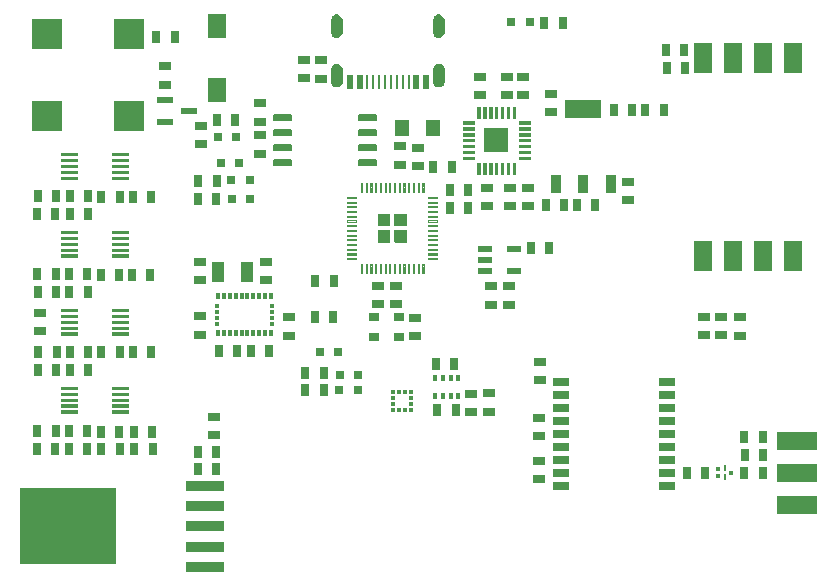
<source format=gbr>
G04 EAGLE Gerber RS-274X export*
G75*
%MOMM*%
%FSLAX34Y34*%
%LPD*%
%INSolderpaste Top*%
%IPPOS*%
%AMOC8*
5,1,8,0,0,1.08239X$1,22.5*%
G01*
%ADD10R,0.299719X0.299719*%
%ADD11R,1.600000X2.000000*%
%ADD12R,2.500000X2.500000*%
%ADD13R,1.000000X0.650000*%
%ADD14R,0.650000X1.000000*%
%ADD15R,0.800000X0.800000*%
%ADD16R,1.450000X0.685800*%
%ADD17R,0.350000X0.500000*%
%ADD18R,1.520000X2.540000*%
%ADD19R,3.500000X1.500000*%
%ADD20R,1.200000X1.400000*%
%ADD21C,0.100000*%
%ADD22R,0.425000X0.325000*%
%ADD23R,0.250000X0.525000*%
%ADD24R,0.300000X0.525000*%
%ADD25R,0.425000X0.300000*%
%ADD26R,1.320800X0.558800*%
%ADD27R,2.000000X2.000000*%
%ADD28C,0.065000*%
%ADD29C,0.070000*%
%ADD30R,0.838200X1.600200*%
%ADD31R,3.098800X1.600200*%
%ADD32R,3.200400X0.914400*%
%ADD33R,8.153400X6.502400*%
%ADD34R,0.575000X1.150000*%
%ADD35R,0.275000X1.150000*%
%ADD36R,0.900000X0.650000*%
%ADD37R,1.000000X1.800000*%
%ADD38R,1.300000X0.550000*%
%ADD39C,0.145000*%

G36*
X427584Y476481D02*
X427584Y476481D01*
X427584Y476482D01*
X427585Y476482D01*
X428659Y476857D01*
X428659Y476858D01*
X428660Y476858D01*
X429623Y477463D01*
X429623Y477464D01*
X429624Y477464D01*
X430428Y478268D01*
X430428Y478269D01*
X430429Y478269D01*
X431034Y479232D01*
X431034Y479233D01*
X431035Y479233D01*
X431410Y480307D01*
X431410Y480308D01*
X431411Y480308D01*
X431412Y480323D01*
X431413Y480328D01*
X431413Y480333D01*
X431414Y480338D01*
X431415Y480343D01*
X431415Y480348D01*
X431416Y480353D01*
X431416Y480358D01*
X431419Y480383D01*
X431420Y480388D01*
X431420Y480393D01*
X431421Y480398D01*
X431421Y480403D01*
X431422Y480408D01*
X431422Y480413D01*
X431423Y480418D01*
X431426Y480443D01*
X431426Y480448D01*
X431427Y480453D01*
X431427Y480458D01*
X431428Y480463D01*
X431429Y480467D01*
X431429Y480468D01*
X431429Y480472D01*
X431429Y480473D01*
X431430Y480477D01*
X431432Y480502D01*
X431433Y480507D01*
X431434Y480512D01*
X431434Y480517D01*
X431435Y480522D01*
X431435Y480527D01*
X431436Y480532D01*
X431436Y480537D01*
X431439Y480562D01*
X431440Y480567D01*
X431440Y480572D01*
X431441Y480577D01*
X431441Y480582D01*
X431442Y480587D01*
X431443Y480592D01*
X431443Y480597D01*
X431445Y480617D01*
X431446Y480622D01*
X431446Y480626D01*
X431446Y480627D01*
X431447Y480631D01*
X431447Y480632D01*
X431448Y480636D01*
X431448Y480641D01*
X431449Y480646D01*
X431449Y480651D01*
X431450Y480656D01*
X431452Y480676D01*
X431453Y480681D01*
X431453Y480686D01*
X431454Y480691D01*
X431454Y480696D01*
X431455Y480701D01*
X431455Y480706D01*
X431456Y480711D01*
X431457Y480716D01*
X431459Y480736D01*
X431459Y480741D01*
X431460Y480746D01*
X431460Y480751D01*
X431461Y480756D01*
X431462Y480761D01*
X431462Y480766D01*
X431463Y480771D01*
X431463Y480776D01*
X431465Y480795D01*
X431466Y480795D01*
X431466Y480800D01*
X431467Y480805D01*
X431467Y480810D01*
X431468Y480815D01*
X431468Y480820D01*
X431469Y480825D01*
X431469Y480830D01*
X431470Y480835D01*
X431472Y480855D01*
X431473Y480860D01*
X431473Y480865D01*
X431474Y480870D01*
X431474Y480875D01*
X431475Y480880D01*
X431476Y480885D01*
X431476Y480890D01*
X431477Y480895D01*
X431479Y480915D01*
X431479Y480920D01*
X431480Y480920D01*
X431479Y480920D01*
X431480Y480925D01*
X431481Y480930D01*
X431481Y480935D01*
X431482Y480940D01*
X431482Y480944D01*
X431482Y480945D01*
X431483Y480949D01*
X431483Y480950D01*
X431483Y480954D01*
X431486Y480974D01*
X431486Y480979D01*
X431487Y480984D01*
X431487Y480989D01*
X431488Y480994D01*
X431488Y480999D01*
X431489Y481004D01*
X431490Y481009D01*
X431490Y481014D01*
X431492Y481034D01*
X431493Y481039D01*
X431493Y481044D01*
X431494Y481044D01*
X431493Y481044D01*
X431494Y481049D01*
X431495Y481054D01*
X431495Y481059D01*
X431496Y481064D01*
X431496Y481069D01*
X431497Y481074D01*
X431499Y481094D01*
X431500Y481099D01*
X431500Y481103D01*
X431500Y481104D01*
X431501Y481108D01*
X431501Y481109D01*
X431501Y481113D01*
X431502Y481118D01*
X431502Y481123D01*
X431503Y481128D01*
X431504Y481133D01*
X431506Y481153D01*
X431506Y481158D01*
X431507Y481163D01*
X431507Y481168D01*
X431508Y481168D01*
X431507Y481168D01*
X431508Y481173D01*
X431509Y481178D01*
X431509Y481183D01*
X431510Y481188D01*
X431510Y481193D01*
X431513Y481213D01*
X431513Y481218D01*
X431514Y481223D01*
X431514Y481228D01*
X431515Y481233D01*
X431515Y481238D01*
X431516Y481243D01*
X431516Y481248D01*
X431517Y481253D01*
X431519Y481272D01*
X431520Y481277D01*
X431520Y481282D01*
X431521Y481287D01*
X431521Y481292D01*
X431522Y481292D01*
X431521Y481292D01*
X431522Y481297D01*
X431523Y481302D01*
X431523Y481307D01*
X431526Y481332D01*
X431527Y481337D01*
X431527Y481342D01*
X431528Y481347D01*
X431528Y481352D01*
X431529Y481357D01*
X431529Y481362D01*
X431530Y481367D01*
X431533Y481392D01*
X431533Y481397D01*
X431534Y481402D01*
X431534Y481407D01*
X431535Y481412D01*
X431535Y481417D01*
X431536Y481417D01*
X431535Y481417D01*
X431536Y481421D01*
X431536Y481422D01*
X431537Y481426D01*
X431537Y481427D01*
X431538Y481438D01*
X431538Y481439D01*
X431538Y491091D01*
X431538Y491092D01*
X431411Y492222D01*
X431410Y492222D01*
X431410Y492223D01*
X431035Y493297D01*
X431034Y493297D01*
X431034Y493298D01*
X430429Y494261D01*
X430428Y494261D01*
X430428Y494262D01*
X429624Y495066D01*
X429623Y495066D01*
X429623Y495067D01*
X428660Y495672D01*
X428659Y495672D01*
X428659Y495673D01*
X427585Y496048D01*
X427584Y496048D01*
X427584Y496049D01*
X426454Y496176D01*
X426453Y496176D01*
X426452Y496176D01*
X426218Y496150D01*
X425865Y496110D01*
X425513Y496070D01*
X425379Y496055D01*
X425378Y496054D01*
X425377Y496055D01*
X424357Y495698D01*
X424357Y495697D01*
X424356Y495697D01*
X423441Y495122D01*
X422676Y494358D01*
X422676Y494357D01*
X422101Y493442D01*
X422101Y493441D01*
X422100Y493441D01*
X421743Y492421D01*
X421744Y492420D01*
X421743Y492419D01*
X421742Y492414D01*
X421742Y492409D01*
X421741Y492404D01*
X421739Y492384D01*
X421739Y492379D01*
X421738Y492379D01*
X421739Y492379D01*
X421738Y492374D01*
X421737Y492369D01*
X421737Y492364D01*
X421736Y492359D01*
X421736Y492354D01*
X421735Y492349D01*
X421732Y492324D01*
X421732Y492319D01*
X421731Y492314D01*
X421731Y492309D01*
X421730Y492304D01*
X421730Y492299D01*
X421729Y492294D01*
X421728Y492289D01*
X421726Y492265D01*
X421725Y492260D01*
X421725Y492255D01*
X421724Y492255D01*
X421725Y492255D01*
X421724Y492250D01*
X421723Y492245D01*
X421723Y492240D01*
X421722Y492235D01*
X421722Y492230D01*
X421719Y492210D01*
X421719Y492205D01*
X421718Y492200D01*
X421718Y492195D01*
X421717Y492190D01*
X421717Y492185D01*
X421716Y492180D01*
X421716Y492175D01*
X421715Y492170D01*
X421713Y492150D01*
X421712Y492145D01*
X421712Y492140D01*
X421711Y492135D01*
X421711Y492130D01*
X421710Y492130D01*
X421711Y492130D01*
X421710Y492125D01*
X421709Y492121D01*
X421709Y492120D01*
X421709Y492116D01*
X421709Y492115D01*
X421708Y492111D01*
X421706Y492091D01*
X421705Y492086D01*
X421705Y492081D01*
X421704Y492076D01*
X421704Y492071D01*
X421703Y492066D01*
X421703Y492061D01*
X421702Y492056D01*
X421702Y492051D01*
X421699Y492031D01*
X421699Y492026D01*
X421698Y492021D01*
X421698Y492016D01*
X421697Y492011D01*
X421697Y492006D01*
X421696Y492006D01*
X421697Y492006D01*
X421696Y492001D01*
X421695Y491996D01*
X421693Y491971D01*
X421692Y491966D01*
X421691Y491962D01*
X421691Y491961D01*
X421691Y491957D01*
X421691Y491956D01*
X421690Y491952D01*
X421690Y491947D01*
X421689Y491942D01*
X421689Y491937D01*
X421686Y491912D01*
X421685Y491907D01*
X421685Y491902D01*
X421684Y491897D01*
X421684Y491892D01*
X421683Y491887D01*
X421683Y491882D01*
X421682Y491882D01*
X421683Y491882D01*
X421682Y491877D01*
X421680Y491857D01*
X421679Y491852D01*
X421679Y491847D01*
X421678Y491842D01*
X421677Y491837D01*
X421677Y491832D01*
X421676Y491827D01*
X421676Y491822D01*
X421675Y491817D01*
X421673Y491798D01*
X421673Y491797D01*
X421672Y491793D01*
X421672Y491788D01*
X421671Y491783D01*
X421671Y491778D01*
X421670Y491773D01*
X421670Y491768D01*
X421669Y491763D01*
X421669Y491758D01*
X421668Y491758D01*
X421669Y491758D01*
X421666Y491738D01*
X421666Y491733D01*
X421665Y491728D01*
X421665Y491723D01*
X421664Y491718D01*
X421663Y491713D01*
X421663Y491708D01*
X421662Y491703D01*
X421662Y491698D01*
X421660Y491678D01*
X421659Y491673D01*
X421658Y491668D01*
X421658Y491663D01*
X421657Y491658D01*
X421657Y491653D01*
X421656Y491648D01*
X421656Y491644D01*
X421656Y491643D01*
X421653Y491619D01*
X421652Y491614D01*
X421652Y491609D01*
X421651Y491604D01*
X421651Y491599D01*
X421650Y491594D01*
X421649Y491589D01*
X421649Y491584D01*
X421646Y491559D01*
X421646Y491554D01*
X421645Y491549D01*
X421644Y491544D01*
X421644Y491539D01*
X421643Y491534D01*
X421643Y491529D01*
X421642Y491524D01*
X421640Y491504D01*
X421639Y491499D01*
X421639Y491494D01*
X421638Y491489D01*
X421638Y491485D01*
X421638Y491484D01*
X421637Y491480D01*
X421637Y491479D01*
X421637Y491475D01*
X421636Y491470D01*
X421635Y491465D01*
X421633Y491445D01*
X421633Y491440D01*
X421632Y491435D01*
X421632Y491430D01*
X421631Y491425D01*
X421630Y491420D01*
X421630Y491415D01*
X421629Y491410D01*
X421629Y491405D01*
X421627Y491385D01*
X421626Y491380D01*
X421625Y491375D01*
X421625Y491370D01*
X421624Y491365D01*
X421624Y491360D01*
X421623Y491355D01*
X421623Y491350D01*
X421622Y491346D01*
X421622Y491345D01*
X421622Y481185D01*
X421622Y481184D01*
X421743Y480111D01*
X421744Y480110D01*
X421743Y480109D01*
X422100Y479089D01*
X422101Y479089D01*
X422101Y479088D01*
X422676Y478173D01*
X423441Y477408D01*
X424356Y476833D01*
X424357Y476833D01*
X424357Y476832D01*
X425377Y476475D01*
X425378Y476476D01*
X425379Y476475D01*
X426452Y476354D01*
X426453Y476355D01*
X426454Y476354D01*
X427584Y476481D01*
G37*
G36*
X341224Y476481D02*
X341224Y476481D01*
X341224Y476482D01*
X341225Y476482D01*
X342299Y476857D01*
X342299Y476858D01*
X342300Y476858D01*
X343263Y477463D01*
X343263Y477464D01*
X343264Y477464D01*
X344068Y478268D01*
X344068Y478269D01*
X344069Y478269D01*
X344674Y479232D01*
X344674Y479233D01*
X344675Y479233D01*
X345050Y480307D01*
X345050Y480308D01*
X345051Y480308D01*
X345052Y480323D01*
X345053Y480328D01*
X345053Y480333D01*
X345054Y480338D01*
X345055Y480343D01*
X345055Y480348D01*
X345056Y480353D01*
X345056Y480358D01*
X345059Y480383D01*
X345060Y480388D01*
X345060Y480393D01*
X345061Y480398D01*
X345061Y480403D01*
X345062Y480408D01*
X345062Y480413D01*
X345063Y480418D01*
X345066Y480443D01*
X345066Y480448D01*
X345067Y480453D01*
X345067Y480458D01*
X345068Y480463D01*
X345069Y480467D01*
X345069Y480468D01*
X345069Y480472D01*
X345069Y480473D01*
X345070Y480477D01*
X345072Y480502D01*
X345073Y480507D01*
X345074Y480512D01*
X345074Y480517D01*
X345075Y480522D01*
X345075Y480527D01*
X345076Y480532D01*
X345076Y480537D01*
X345079Y480562D01*
X345080Y480567D01*
X345080Y480572D01*
X345081Y480577D01*
X345081Y480582D01*
X345082Y480587D01*
X345083Y480592D01*
X345083Y480597D01*
X345085Y480617D01*
X345086Y480622D01*
X345086Y480626D01*
X345086Y480627D01*
X345087Y480631D01*
X345087Y480632D01*
X345088Y480636D01*
X345088Y480641D01*
X345089Y480646D01*
X345089Y480651D01*
X345090Y480656D01*
X345092Y480676D01*
X345093Y480681D01*
X345093Y480686D01*
X345094Y480691D01*
X345094Y480696D01*
X345095Y480701D01*
X345095Y480706D01*
X345096Y480711D01*
X345097Y480716D01*
X345099Y480736D01*
X345099Y480741D01*
X345100Y480746D01*
X345100Y480751D01*
X345101Y480756D01*
X345102Y480761D01*
X345102Y480766D01*
X345103Y480771D01*
X345103Y480776D01*
X345105Y480795D01*
X345106Y480795D01*
X345106Y480800D01*
X345107Y480805D01*
X345107Y480810D01*
X345108Y480815D01*
X345108Y480820D01*
X345109Y480825D01*
X345109Y480830D01*
X345110Y480835D01*
X345112Y480855D01*
X345113Y480860D01*
X345113Y480865D01*
X345114Y480870D01*
X345114Y480875D01*
X345115Y480880D01*
X345116Y480885D01*
X345116Y480890D01*
X345117Y480895D01*
X345119Y480915D01*
X345119Y480920D01*
X345120Y480920D01*
X345119Y480920D01*
X345120Y480925D01*
X345121Y480930D01*
X345121Y480935D01*
X345122Y480940D01*
X345122Y480944D01*
X345122Y480945D01*
X345123Y480949D01*
X345123Y480950D01*
X345123Y480954D01*
X345126Y480974D01*
X345126Y480979D01*
X345127Y480984D01*
X345127Y480989D01*
X345128Y480994D01*
X345128Y480999D01*
X345129Y481004D01*
X345130Y481009D01*
X345130Y481014D01*
X345132Y481034D01*
X345133Y481039D01*
X345133Y481044D01*
X345134Y481044D01*
X345133Y481044D01*
X345134Y481049D01*
X345135Y481054D01*
X345135Y481059D01*
X345136Y481064D01*
X345136Y481069D01*
X345137Y481074D01*
X345139Y481094D01*
X345140Y481099D01*
X345140Y481103D01*
X345140Y481104D01*
X345141Y481108D01*
X345141Y481109D01*
X345141Y481113D01*
X345142Y481118D01*
X345142Y481123D01*
X345143Y481128D01*
X345144Y481133D01*
X345146Y481153D01*
X345146Y481158D01*
X345147Y481163D01*
X345147Y481168D01*
X345148Y481168D01*
X345147Y481168D01*
X345148Y481173D01*
X345149Y481178D01*
X345149Y481183D01*
X345150Y481188D01*
X345150Y481193D01*
X345153Y481213D01*
X345153Y481218D01*
X345154Y481223D01*
X345154Y481228D01*
X345155Y481233D01*
X345155Y481238D01*
X345156Y481243D01*
X345156Y481248D01*
X345157Y481253D01*
X345159Y481272D01*
X345160Y481277D01*
X345160Y481282D01*
X345161Y481287D01*
X345161Y481292D01*
X345162Y481292D01*
X345161Y481292D01*
X345162Y481297D01*
X345163Y481302D01*
X345163Y481307D01*
X345166Y481332D01*
X345167Y481337D01*
X345167Y481342D01*
X345168Y481347D01*
X345168Y481352D01*
X345169Y481357D01*
X345169Y481362D01*
X345170Y481367D01*
X345173Y481392D01*
X345173Y481397D01*
X345174Y481402D01*
X345174Y481407D01*
X345175Y481412D01*
X345175Y481417D01*
X345176Y481417D01*
X345175Y481417D01*
X345176Y481421D01*
X345176Y481422D01*
X345177Y481426D01*
X345177Y481427D01*
X345178Y481438D01*
X345178Y481439D01*
X345178Y491091D01*
X345178Y491092D01*
X345051Y492222D01*
X345050Y492222D01*
X345050Y492223D01*
X344675Y493297D01*
X344674Y493297D01*
X344674Y493298D01*
X344069Y494261D01*
X344068Y494261D01*
X344068Y494262D01*
X343264Y495066D01*
X343263Y495066D01*
X343263Y495067D01*
X342300Y495672D01*
X342299Y495672D01*
X342299Y495673D01*
X341225Y496048D01*
X341224Y496048D01*
X341224Y496049D01*
X340094Y496176D01*
X340093Y496176D01*
X340092Y496176D01*
X339858Y496150D01*
X339505Y496110D01*
X339153Y496070D01*
X339019Y496055D01*
X339018Y496054D01*
X339017Y496055D01*
X337997Y495698D01*
X337997Y495697D01*
X337996Y495697D01*
X337081Y495122D01*
X336316Y494358D01*
X336316Y494357D01*
X335741Y493442D01*
X335741Y493441D01*
X335740Y493441D01*
X335383Y492421D01*
X335384Y492420D01*
X335383Y492419D01*
X335382Y492414D01*
X335382Y492409D01*
X335381Y492404D01*
X335379Y492384D01*
X335379Y492379D01*
X335378Y492379D01*
X335379Y492379D01*
X335378Y492374D01*
X335377Y492369D01*
X335377Y492364D01*
X335376Y492359D01*
X335376Y492354D01*
X335375Y492349D01*
X335372Y492324D01*
X335372Y492319D01*
X335371Y492314D01*
X335371Y492309D01*
X335370Y492304D01*
X335370Y492299D01*
X335369Y492294D01*
X335368Y492289D01*
X335366Y492265D01*
X335365Y492260D01*
X335365Y492255D01*
X335364Y492255D01*
X335365Y492255D01*
X335364Y492250D01*
X335363Y492245D01*
X335363Y492240D01*
X335362Y492235D01*
X335362Y492230D01*
X335359Y492210D01*
X335359Y492205D01*
X335358Y492200D01*
X335358Y492195D01*
X335357Y492190D01*
X335357Y492185D01*
X335356Y492180D01*
X335356Y492175D01*
X335355Y492170D01*
X335353Y492150D01*
X335352Y492145D01*
X335352Y492140D01*
X335351Y492135D01*
X335351Y492130D01*
X335350Y492130D01*
X335351Y492130D01*
X335350Y492125D01*
X335349Y492121D01*
X335349Y492120D01*
X335349Y492116D01*
X335349Y492115D01*
X335348Y492111D01*
X335346Y492091D01*
X335345Y492086D01*
X335345Y492081D01*
X335344Y492076D01*
X335344Y492071D01*
X335343Y492066D01*
X335343Y492061D01*
X335342Y492056D01*
X335342Y492051D01*
X335339Y492031D01*
X335339Y492026D01*
X335338Y492021D01*
X335338Y492016D01*
X335337Y492011D01*
X335337Y492006D01*
X335336Y492006D01*
X335337Y492006D01*
X335336Y492001D01*
X335335Y491996D01*
X335333Y491971D01*
X335332Y491966D01*
X335331Y491962D01*
X335331Y491961D01*
X335331Y491957D01*
X335331Y491956D01*
X335330Y491952D01*
X335330Y491947D01*
X335329Y491942D01*
X335329Y491937D01*
X335326Y491912D01*
X335325Y491907D01*
X335325Y491902D01*
X335324Y491897D01*
X335324Y491892D01*
X335323Y491887D01*
X335323Y491882D01*
X335322Y491882D01*
X335323Y491882D01*
X335322Y491877D01*
X335320Y491857D01*
X335319Y491852D01*
X335319Y491847D01*
X335318Y491842D01*
X335317Y491837D01*
X335317Y491832D01*
X335316Y491827D01*
X335316Y491822D01*
X335315Y491817D01*
X335313Y491798D01*
X335313Y491797D01*
X335312Y491793D01*
X335312Y491788D01*
X335311Y491783D01*
X335311Y491778D01*
X335310Y491773D01*
X335310Y491768D01*
X335309Y491763D01*
X335309Y491758D01*
X335308Y491758D01*
X335309Y491758D01*
X335306Y491738D01*
X335306Y491733D01*
X335305Y491728D01*
X335305Y491723D01*
X335304Y491718D01*
X335303Y491713D01*
X335303Y491708D01*
X335302Y491703D01*
X335302Y491698D01*
X335300Y491678D01*
X335299Y491673D01*
X335298Y491668D01*
X335298Y491663D01*
X335297Y491658D01*
X335297Y491653D01*
X335296Y491648D01*
X335296Y491644D01*
X335296Y491643D01*
X335293Y491619D01*
X335292Y491614D01*
X335292Y491609D01*
X335291Y491604D01*
X335291Y491599D01*
X335290Y491594D01*
X335289Y491589D01*
X335289Y491584D01*
X335286Y491559D01*
X335286Y491554D01*
X335285Y491549D01*
X335284Y491544D01*
X335284Y491539D01*
X335283Y491534D01*
X335283Y491529D01*
X335282Y491524D01*
X335280Y491504D01*
X335279Y491499D01*
X335279Y491494D01*
X335278Y491489D01*
X335278Y491485D01*
X335278Y491484D01*
X335277Y491480D01*
X335277Y491479D01*
X335277Y491475D01*
X335276Y491470D01*
X335275Y491465D01*
X335273Y491445D01*
X335273Y491440D01*
X335272Y491435D01*
X335272Y491430D01*
X335271Y491425D01*
X335270Y491420D01*
X335270Y491415D01*
X335269Y491410D01*
X335269Y491405D01*
X335267Y491385D01*
X335266Y491380D01*
X335265Y491375D01*
X335265Y491370D01*
X335264Y491365D01*
X335264Y491360D01*
X335263Y491355D01*
X335263Y491350D01*
X335262Y491346D01*
X335262Y491345D01*
X335262Y481185D01*
X335262Y481184D01*
X335383Y480111D01*
X335384Y480110D01*
X335383Y480109D01*
X335740Y479089D01*
X335741Y479089D01*
X335741Y479088D01*
X336316Y478173D01*
X337081Y477408D01*
X337996Y476833D01*
X337997Y476833D01*
X337997Y476832D01*
X339017Y476475D01*
X339018Y476476D01*
X339019Y476475D01*
X340092Y476354D01*
X340093Y476355D01*
X340094Y476354D01*
X341224Y476481D01*
G37*
G36*
X427711Y434698D02*
X427711Y434698D01*
X427711Y434699D01*
X427712Y434699D01*
X428786Y435074D01*
X428786Y435075D01*
X428787Y435075D01*
X429750Y435680D01*
X429750Y435681D01*
X429751Y435681D01*
X430555Y436485D01*
X430555Y436486D01*
X430556Y436486D01*
X431161Y437449D01*
X431161Y437450D01*
X431162Y437450D01*
X431537Y438524D01*
X431537Y438525D01*
X431538Y438525D01*
X431539Y438540D01*
X431540Y438545D01*
X431540Y438550D01*
X431541Y438555D01*
X431542Y438560D01*
X431542Y438565D01*
X431543Y438570D01*
X431543Y438575D01*
X431546Y438600D01*
X431547Y438605D01*
X431547Y438610D01*
X431548Y438615D01*
X431548Y438620D01*
X431549Y438625D01*
X431549Y438630D01*
X431550Y438635D01*
X431553Y438660D01*
X431553Y438665D01*
X431554Y438670D01*
X431554Y438675D01*
X431555Y438680D01*
X431556Y438684D01*
X431556Y438685D01*
X431556Y438689D01*
X431556Y438690D01*
X431557Y438694D01*
X431559Y438719D01*
X431560Y438724D01*
X431561Y438729D01*
X431561Y438734D01*
X431562Y438739D01*
X431562Y438744D01*
X431563Y438749D01*
X431563Y438754D01*
X431566Y438779D01*
X431567Y438784D01*
X431567Y438789D01*
X431568Y438794D01*
X431568Y438799D01*
X431569Y438804D01*
X431570Y438809D01*
X431570Y438814D01*
X431572Y438834D01*
X431573Y438839D01*
X431573Y438843D01*
X431573Y438844D01*
X431574Y438848D01*
X431574Y438849D01*
X431575Y438853D01*
X431575Y438858D01*
X431576Y438863D01*
X431576Y438868D01*
X431577Y438873D01*
X431579Y438893D01*
X431580Y438898D01*
X431580Y438903D01*
X431581Y438908D01*
X431581Y438913D01*
X431582Y438918D01*
X431582Y438923D01*
X431583Y438928D01*
X431584Y438933D01*
X431586Y438953D01*
X431586Y438958D01*
X431587Y438963D01*
X431587Y438968D01*
X431588Y438973D01*
X431589Y438978D01*
X431589Y438983D01*
X431590Y438988D01*
X431590Y438993D01*
X431592Y439012D01*
X431593Y439012D01*
X431593Y439017D01*
X431594Y439022D01*
X431594Y439027D01*
X431595Y439032D01*
X431595Y439037D01*
X431596Y439042D01*
X431596Y439047D01*
X431597Y439052D01*
X431599Y439072D01*
X431600Y439077D01*
X431600Y439082D01*
X431601Y439087D01*
X431601Y439092D01*
X431602Y439097D01*
X431603Y439102D01*
X431603Y439107D01*
X431604Y439112D01*
X431606Y439132D01*
X431606Y439137D01*
X431607Y439137D01*
X431606Y439137D01*
X431607Y439142D01*
X431608Y439147D01*
X431608Y439152D01*
X431609Y439157D01*
X431609Y439161D01*
X431609Y439162D01*
X431610Y439166D01*
X431610Y439167D01*
X431610Y439171D01*
X431613Y439191D01*
X431613Y439196D01*
X431614Y439201D01*
X431614Y439206D01*
X431615Y439211D01*
X431615Y439216D01*
X431616Y439221D01*
X431617Y439226D01*
X431617Y439231D01*
X431619Y439251D01*
X431620Y439256D01*
X431620Y439261D01*
X431621Y439261D01*
X431620Y439261D01*
X431621Y439266D01*
X431622Y439271D01*
X431622Y439276D01*
X431623Y439281D01*
X431623Y439286D01*
X431624Y439291D01*
X431626Y439311D01*
X431627Y439316D01*
X431627Y439320D01*
X431627Y439321D01*
X431628Y439325D01*
X431628Y439326D01*
X431628Y439330D01*
X431629Y439335D01*
X431629Y439340D01*
X431630Y439345D01*
X431631Y439350D01*
X431633Y439370D01*
X431633Y439375D01*
X431634Y439380D01*
X431634Y439385D01*
X431635Y439385D01*
X431634Y439385D01*
X431635Y439390D01*
X431636Y439395D01*
X431636Y439400D01*
X431637Y439405D01*
X431637Y439410D01*
X431640Y439430D01*
X431640Y439435D01*
X431641Y439440D01*
X431641Y439445D01*
X431642Y439450D01*
X431642Y439455D01*
X431643Y439460D01*
X431643Y439465D01*
X431644Y439470D01*
X431646Y439489D01*
X431647Y439494D01*
X431647Y439499D01*
X431648Y439504D01*
X431648Y439509D01*
X431649Y439509D01*
X431648Y439509D01*
X431649Y439514D01*
X431650Y439519D01*
X431650Y439524D01*
X431653Y439549D01*
X431654Y439554D01*
X431654Y439559D01*
X431655Y439564D01*
X431655Y439569D01*
X431656Y439574D01*
X431656Y439579D01*
X431657Y439584D01*
X431660Y439609D01*
X431660Y439614D01*
X431661Y439619D01*
X431661Y439624D01*
X431662Y439629D01*
X431662Y439634D01*
X431663Y439634D01*
X431662Y439634D01*
X431663Y439638D01*
X431663Y439639D01*
X431664Y439643D01*
X431664Y439644D01*
X431665Y439655D01*
X431665Y439656D01*
X431665Y449308D01*
X431665Y449309D01*
X431538Y450439D01*
X431537Y450439D01*
X431537Y450440D01*
X431162Y451514D01*
X431161Y451514D01*
X431161Y451515D01*
X430556Y452478D01*
X430555Y452478D01*
X430555Y452479D01*
X429751Y453283D01*
X429750Y453283D01*
X429750Y453284D01*
X428787Y453889D01*
X428786Y453889D01*
X428786Y453890D01*
X427712Y454265D01*
X427711Y454265D01*
X427711Y454266D01*
X426581Y454393D01*
X426580Y454393D01*
X426579Y454393D01*
X426345Y454367D01*
X425992Y454327D01*
X425640Y454287D01*
X425506Y454272D01*
X425505Y454271D01*
X425504Y454272D01*
X424484Y453915D01*
X424484Y453914D01*
X424483Y453914D01*
X423568Y453339D01*
X422803Y452575D01*
X422803Y452574D01*
X422228Y451659D01*
X422228Y451658D01*
X422227Y451658D01*
X421870Y450638D01*
X421871Y450637D01*
X421870Y450636D01*
X421869Y450631D01*
X421869Y450626D01*
X421868Y450621D01*
X421866Y450601D01*
X421866Y450596D01*
X421865Y450596D01*
X421866Y450596D01*
X421865Y450591D01*
X421864Y450586D01*
X421864Y450581D01*
X421863Y450576D01*
X421863Y450571D01*
X421862Y450566D01*
X421859Y450541D01*
X421859Y450536D01*
X421858Y450531D01*
X421858Y450526D01*
X421857Y450521D01*
X421857Y450516D01*
X421856Y450511D01*
X421855Y450506D01*
X421853Y450482D01*
X421852Y450477D01*
X421852Y450472D01*
X421851Y450472D01*
X421852Y450472D01*
X421851Y450467D01*
X421850Y450462D01*
X421850Y450457D01*
X421849Y450452D01*
X421849Y450447D01*
X421846Y450427D01*
X421846Y450422D01*
X421845Y450417D01*
X421845Y450412D01*
X421844Y450407D01*
X421844Y450402D01*
X421843Y450397D01*
X421843Y450392D01*
X421842Y450387D01*
X421840Y450367D01*
X421839Y450362D01*
X421839Y450357D01*
X421838Y450352D01*
X421838Y450347D01*
X421837Y450347D01*
X421838Y450347D01*
X421837Y450342D01*
X421836Y450338D01*
X421836Y450337D01*
X421836Y450333D01*
X421836Y450332D01*
X421835Y450328D01*
X421833Y450308D01*
X421832Y450303D01*
X421832Y450298D01*
X421831Y450293D01*
X421831Y450288D01*
X421830Y450283D01*
X421830Y450278D01*
X421829Y450273D01*
X421829Y450268D01*
X421826Y450248D01*
X421826Y450243D01*
X421825Y450238D01*
X421825Y450233D01*
X421824Y450228D01*
X421824Y450223D01*
X421823Y450223D01*
X421824Y450223D01*
X421823Y450218D01*
X421822Y450213D01*
X421820Y450188D01*
X421819Y450183D01*
X421818Y450179D01*
X421818Y450178D01*
X421818Y450174D01*
X421818Y450173D01*
X421817Y450169D01*
X421817Y450164D01*
X421816Y450159D01*
X421816Y450154D01*
X421813Y450129D01*
X421812Y450124D01*
X421812Y450119D01*
X421811Y450114D01*
X421811Y450109D01*
X421810Y450104D01*
X421810Y450099D01*
X421809Y450099D01*
X421810Y450099D01*
X421809Y450094D01*
X421807Y450074D01*
X421806Y450069D01*
X421806Y450064D01*
X421805Y450059D01*
X421804Y450054D01*
X421804Y450049D01*
X421803Y450044D01*
X421803Y450039D01*
X421802Y450034D01*
X421800Y450015D01*
X421800Y450014D01*
X421799Y450010D01*
X421799Y450005D01*
X421798Y450000D01*
X421798Y449995D01*
X421797Y449990D01*
X421797Y449985D01*
X421796Y449980D01*
X421796Y449975D01*
X421795Y449975D01*
X421796Y449975D01*
X421793Y449955D01*
X421793Y449950D01*
X421792Y449945D01*
X421792Y449940D01*
X421791Y449935D01*
X421790Y449930D01*
X421790Y449925D01*
X421789Y449920D01*
X421789Y449915D01*
X421787Y449895D01*
X421786Y449890D01*
X421785Y449885D01*
X421785Y449880D01*
X421784Y449875D01*
X421784Y449870D01*
X421783Y449865D01*
X421783Y449861D01*
X421783Y449860D01*
X421780Y449836D01*
X421779Y449831D01*
X421779Y449826D01*
X421778Y449821D01*
X421778Y449816D01*
X421777Y449811D01*
X421776Y449806D01*
X421776Y449801D01*
X421773Y449776D01*
X421773Y449771D01*
X421772Y449766D01*
X421771Y449761D01*
X421771Y449756D01*
X421770Y449751D01*
X421770Y449746D01*
X421769Y449741D01*
X421767Y449721D01*
X421766Y449716D01*
X421766Y449711D01*
X421765Y449706D01*
X421765Y449702D01*
X421765Y449701D01*
X421764Y449697D01*
X421764Y449696D01*
X421764Y449692D01*
X421763Y449687D01*
X421762Y449682D01*
X421760Y449662D01*
X421760Y449657D01*
X421759Y449652D01*
X421759Y449647D01*
X421758Y449642D01*
X421757Y449637D01*
X421757Y449632D01*
X421756Y449627D01*
X421756Y449622D01*
X421754Y449602D01*
X421753Y449597D01*
X421752Y449592D01*
X421752Y449587D01*
X421751Y449582D01*
X421751Y449577D01*
X421750Y449572D01*
X421750Y449567D01*
X421749Y449563D01*
X421749Y449562D01*
X421749Y439402D01*
X421749Y439401D01*
X421870Y438328D01*
X421871Y438327D01*
X421870Y438326D01*
X422227Y437306D01*
X422228Y437306D01*
X422228Y437305D01*
X422803Y436390D01*
X423568Y435625D01*
X424483Y435050D01*
X424484Y435050D01*
X424484Y435049D01*
X425504Y434692D01*
X425505Y434693D01*
X425506Y434692D01*
X426579Y434571D01*
X426580Y434572D01*
X426581Y434571D01*
X427711Y434698D01*
G37*
G36*
X341224Y434571D02*
X341224Y434571D01*
X341224Y434572D01*
X341225Y434572D01*
X342299Y434947D01*
X342299Y434948D01*
X342300Y434948D01*
X343263Y435553D01*
X343263Y435554D01*
X343264Y435554D01*
X344068Y436358D01*
X344068Y436359D01*
X344069Y436359D01*
X344674Y437322D01*
X344674Y437323D01*
X344675Y437323D01*
X345050Y438397D01*
X345050Y438398D01*
X345051Y438398D01*
X345052Y438413D01*
X345053Y438418D01*
X345053Y438423D01*
X345054Y438428D01*
X345055Y438433D01*
X345055Y438438D01*
X345056Y438443D01*
X345056Y438448D01*
X345059Y438473D01*
X345060Y438478D01*
X345060Y438483D01*
X345061Y438488D01*
X345061Y438493D01*
X345062Y438498D01*
X345062Y438503D01*
X345063Y438508D01*
X345066Y438533D01*
X345066Y438538D01*
X345067Y438543D01*
X345067Y438548D01*
X345068Y438553D01*
X345069Y438557D01*
X345069Y438558D01*
X345069Y438562D01*
X345069Y438563D01*
X345070Y438567D01*
X345072Y438592D01*
X345073Y438597D01*
X345074Y438602D01*
X345074Y438607D01*
X345075Y438612D01*
X345075Y438617D01*
X345076Y438622D01*
X345076Y438627D01*
X345079Y438652D01*
X345080Y438657D01*
X345080Y438662D01*
X345081Y438667D01*
X345081Y438672D01*
X345082Y438677D01*
X345083Y438682D01*
X345083Y438687D01*
X345085Y438707D01*
X345086Y438712D01*
X345086Y438716D01*
X345086Y438717D01*
X345087Y438721D01*
X345087Y438722D01*
X345088Y438726D01*
X345088Y438731D01*
X345089Y438736D01*
X345089Y438741D01*
X345090Y438746D01*
X345092Y438766D01*
X345093Y438771D01*
X345093Y438776D01*
X345094Y438781D01*
X345094Y438786D01*
X345095Y438791D01*
X345095Y438796D01*
X345096Y438801D01*
X345097Y438806D01*
X345099Y438826D01*
X345099Y438831D01*
X345100Y438836D01*
X345100Y438841D01*
X345101Y438846D01*
X345102Y438851D01*
X345102Y438856D01*
X345103Y438861D01*
X345103Y438866D01*
X345105Y438885D01*
X345106Y438885D01*
X345106Y438890D01*
X345107Y438895D01*
X345107Y438900D01*
X345108Y438905D01*
X345108Y438910D01*
X345109Y438915D01*
X345109Y438920D01*
X345110Y438925D01*
X345112Y438945D01*
X345113Y438950D01*
X345113Y438955D01*
X345114Y438960D01*
X345114Y438965D01*
X345115Y438970D01*
X345116Y438975D01*
X345116Y438980D01*
X345117Y438985D01*
X345119Y439005D01*
X345119Y439010D01*
X345120Y439010D01*
X345119Y439010D01*
X345120Y439015D01*
X345121Y439020D01*
X345121Y439025D01*
X345122Y439030D01*
X345122Y439034D01*
X345122Y439035D01*
X345123Y439039D01*
X345123Y439040D01*
X345123Y439044D01*
X345126Y439064D01*
X345126Y439069D01*
X345127Y439074D01*
X345127Y439079D01*
X345128Y439084D01*
X345128Y439089D01*
X345129Y439094D01*
X345130Y439099D01*
X345130Y439104D01*
X345132Y439124D01*
X345133Y439129D01*
X345133Y439134D01*
X345134Y439134D01*
X345133Y439134D01*
X345134Y439139D01*
X345135Y439144D01*
X345135Y439149D01*
X345136Y439154D01*
X345136Y439159D01*
X345137Y439164D01*
X345139Y439184D01*
X345140Y439189D01*
X345140Y439193D01*
X345140Y439194D01*
X345141Y439198D01*
X345141Y439199D01*
X345141Y439203D01*
X345142Y439208D01*
X345142Y439213D01*
X345143Y439218D01*
X345144Y439223D01*
X345146Y439243D01*
X345146Y439248D01*
X345147Y439253D01*
X345147Y439258D01*
X345148Y439258D01*
X345147Y439258D01*
X345148Y439263D01*
X345149Y439268D01*
X345149Y439273D01*
X345150Y439278D01*
X345150Y439283D01*
X345153Y439303D01*
X345153Y439308D01*
X345154Y439313D01*
X345154Y439318D01*
X345155Y439323D01*
X345155Y439328D01*
X345156Y439333D01*
X345156Y439338D01*
X345157Y439343D01*
X345159Y439362D01*
X345160Y439367D01*
X345160Y439372D01*
X345161Y439377D01*
X345161Y439382D01*
X345162Y439382D01*
X345161Y439382D01*
X345162Y439387D01*
X345163Y439392D01*
X345163Y439397D01*
X345166Y439422D01*
X345167Y439427D01*
X345167Y439432D01*
X345168Y439437D01*
X345168Y439442D01*
X345169Y439447D01*
X345169Y439452D01*
X345170Y439457D01*
X345173Y439482D01*
X345173Y439487D01*
X345174Y439492D01*
X345174Y439497D01*
X345175Y439502D01*
X345175Y439507D01*
X345176Y439507D01*
X345175Y439507D01*
X345176Y439511D01*
X345176Y439512D01*
X345177Y439516D01*
X345177Y439517D01*
X345178Y439528D01*
X345178Y439529D01*
X345178Y449181D01*
X345178Y449182D01*
X345051Y450312D01*
X345050Y450312D01*
X345050Y450313D01*
X344675Y451387D01*
X344674Y451387D01*
X344674Y451388D01*
X344069Y452351D01*
X344068Y452351D01*
X344068Y452352D01*
X343264Y453156D01*
X343263Y453156D01*
X343263Y453157D01*
X342300Y453762D01*
X342299Y453762D01*
X342299Y453763D01*
X341225Y454138D01*
X341224Y454138D01*
X341224Y454139D01*
X340094Y454266D01*
X340093Y454266D01*
X340092Y454266D01*
X339858Y454240D01*
X339505Y454200D01*
X339153Y454160D01*
X339019Y454145D01*
X339018Y454144D01*
X339017Y454145D01*
X337997Y453788D01*
X337997Y453787D01*
X337996Y453787D01*
X337081Y453212D01*
X336316Y452448D01*
X336316Y452447D01*
X335741Y451532D01*
X335741Y451531D01*
X335740Y451531D01*
X335383Y450511D01*
X335384Y450510D01*
X335383Y450509D01*
X335382Y450504D01*
X335382Y450499D01*
X335381Y450494D01*
X335379Y450474D01*
X335379Y450469D01*
X335378Y450469D01*
X335379Y450469D01*
X335378Y450464D01*
X335377Y450459D01*
X335377Y450454D01*
X335376Y450449D01*
X335376Y450444D01*
X335375Y450439D01*
X335372Y450414D01*
X335372Y450409D01*
X335371Y450404D01*
X335371Y450399D01*
X335370Y450394D01*
X335370Y450389D01*
X335369Y450384D01*
X335368Y450379D01*
X335366Y450355D01*
X335365Y450350D01*
X335365Y450345D01*
X335364Y450345D01*
X335365Y450345D01*
X335364Y450340D01*
X335363Y450335D01*
X335363Y450330D01*
X335362Y450325D01*
X335362Y450320D01*
X335359Y450300D01*
X335359Y450295D01*
X335358Y450290D01*
X335358Y450285D01*
X335357Y450280D01*
X335357Y450275D01*
X335356Y450270D01*
X335356Y450265D01*
X335355Y450260D01*
X335353Y450240D01*
X335352Y450235D01*
X335352Y450230D01*
X335351Y450225D01*
X335351Y450220D01*
X335350Y450220D01*
X335351Y450220D01*
X335350Y450215D01*
X335349Y450211D01*
X335349Y450210D01*
X335349Y450206D01*
X335349Y450205D01*
X335348Y450201D01*
X335346Y450181D01*
X335345Y450176D01*
X335345Y450171D01*
X335344Y450166D01*
X335344Y450161D01*
X335343Y450156D01*
X335343Y450151D01*
X335342Y450146D01*
X335342Y450141D01*
X335339Y450121D01*
X335339Y450116D01*
X335338Y450111D01*
X335338Y450106D01*
X335337Y450101D01*
X335337Y450096D01*
X335336Y450096D01*
X335337Y450096D01*
X335336Y450091D01*
X335335Y450086D01*
X335333Y450061D01*
X335332Y450056D01*
X335331Y450052D01*
X335331Y450051D01*
X335331Y450047D01*
X335331Y450046D01*
X335330Y450042D01*
X335330Y450037D01*
X335329Y450032D01*
X335329Y450027D01*
X335326Y450002D01*
X335325Y449997D01*
X335325Y449992D01*
X335324Y449987D01*
X335324Y449982D01*
X335323Y449977D01*
X335323Y449972D01*
X335322Y449972D01*
X335323Y449972D01*
X335322Y449967D01*
X335320Y449947D01*
X335319Y449942D01*
X335319Y449937D01*
X335318Y449932D01*
X335317Y449927D01*
X335317Y449922D01*
X335316Y449917D01*
X335316Y449912D01*
X335315Y449907D01*
X335313Y449888D01*
X335313Y449887D01*
X335312Y449883D01*
X335312Y449878D01*
X335311Y449873D01*
X335311Y449868D01*
X335310Y449863D01*
X335310Y449858D01*
X335309Y449853D01*
X335309Y449848D01*
X335308Y449848D01*
X335309Y449848D01*
X335306Y449828D01*
X335306Y449823D01*
X335305Y449818D01*
X335305Y449813D01*
X335304Y449808D01*
X335303Y449803D01*
X335303Y449798D01*
X335302Y449793D01*
X335302Y449788D01*
X335300Y449768D01*
X335299Y449763D01*
X335298Y449758D01*
X335298Y449753D01*
X335297Y449748D01*
X335297Y449743D01*
X335296Y449738D01*
X335296Y449734D01*
X335296Y449733D01*
X335293Y449709D01*
X335292Y449704D01*
X335292Y449699D01*
X335291Y449694D01*
X335291Y449689D01*
X335290Y449684D01*
X335289Y449679D01*
X335289Y449674D01*
X335286Y449649D01*
X335286Y449644D01*
X335285Y449639D01*
X335284Y449634D01*
X335284Y449629D01*
X335283Y449624D01*
X335283Y449619D01*
X335282Y449614D01*
X335280Y449594D01*
X335279Y449589D01*
X335279Y449584D01*
X335278Y449579D01*
X335278Y449575D01*
X335278Y449574D01*
X335277Y449570D01*
X335277Y449569D01*
X335277Y449565D01*
X335276Y449560D01*
X335275Y449555D01*
X335273Y449535D01*
X335273Y449530D01*
X335272Y449525D01*
X335272Y449520D01*
X335271Y449515D01*
X335270Y449510D01*
X335270Y449505D01*
X335269Y449500D01*
X335269Y449495D01*
X335267Y449475D01*
X335266Y449470D01*
X335265Y449465D01*
X335265Y449460D01*
X335264Y449455D01*
X335264Y449450D01*
X335263Y449445D01*
X335263Y449440D01*
X335262Y449436D01*
X335262Y449435D01*
X335262Y439275D01*
X335262Y439274D01*
X335383Y438201D01*
X335384Y438200D01*
X335383Y438199D01*
X335740Y437179D01*
X335741Y437179D01*
X335741Y437178D01*
X336316Y436263D01*
X337081Y435498D01*
X337996Y434923D01*
X337997Y434923D01*
X337997Y434922D01*
X339017Y434565D01*
X339018Y434566D01*
X339019Y434565D01*
X340092Y434444D01*
X340093Y434445D01*
X340094Y434444D01*
X341224Y434571D01*
G37*
G36*
X384874Y316937D02*
X384874Y316937D01*
X384882Y316936D01*
X384970Y316957D01*
X385060Y316975D01*
X385067Y316980D01*
X385075Y316982D01*
X385149Y317036D01*
X385224Y317088D01*
X385229Y317095D01*
X385235Y317100D01*
X385282Y317178D01*
X385331Y317255D01*
X385333Y317263D01*
X385337Y317271D01*
X385365Y317435D01*
X385365Y326997D01*
X385363Y327005D01*
X385364Y327014D01*
X385343Y327102D01*
X385325Y327192D01*
X385320Y327199D01*
X385318Y327207D01*
X385264Y327280D01*
X385212Y327356D01*
X385205Y327361D01*
X385200Y327367D01*
X385122Y327414D01*
X385045Y327463D01*
X385037Y327464D01*
X385029Y327469D01*
X384865Y327496D01*
X375303Y327496D01*
X375295Y327495D01*
X375286Y327496D01*
X375198Y327475D01*
X375108Y327457D01*
X375101Y327452D01*
X375093Y327450D01*
X375020Y327396D01*
X374944Y327344D01*
X374939Y327337D01*
X374933Y327332D01*
X374886Y327254D01*
X374837Y327177D01*
X374836Y327168D01*
X374831Y327161D01*
X374804Y326997D01*
X374804Y317435D01*
X374805Y317426D01*
X374804Y317418D01*
X374825Y317330D01*
X374843Y317240D01*
X374848Y317233D01*
X374850Y317225D01*
X374904Y317151D01*
X374956Y317076D01*
X374963Y317071D01*
X374968Y317065D01*
X375046Y317018D01*
X375123Y316969D01*
X375132Y316967D01*
X375139Y316963D01*
X375303Y316935D01*
X384865Y316935D01*
X384874Y316937D01*
G37*
G36*
X398905Y316937D02*
X398905Y316937D01*
X398914Y316936D01*
X399002Y316957D01*
X399092Y316975D01*
X399099Y316980D01*
X399107Y316982D01*
X399180Y317036D01*
X399256Y317088D01*
X399261Y317095D01*
X399267Y317100D01*
X399314Y317178D01*
X399363Y317255D01*
X399364Y317263D01*
X399369Y317271D01*
X399396Y317435D01*
X399396Y326997D01*
X399395Y327005D01*
X399396Y327014D01*
X399375Y327102D01*
X399357Y327192D01*
X399352Y327199D01*
X399350Y327207D01*
X399296Y327280D01*
X399244Y327356D01*
X399237Y327361D01*
X399232Y327367D01*
X399154Y327414D01*
X399077Y327463D01*
X399068Y327464D01*
X399061Y327469D01*
X398897Y327496D01*
X389335Y327496D01*
X389326Y327495D01*
X389318Y327496D01*
X389230Y327475D01*
X389140Y327457D01*
X389133Y327452D01*
X389125Y327450D01*
X389051Y327396D01*
X388976Y327344D01*
X388971Y327337D01*
X388965Y327332D01*
X388918Y327254D01*
X388869Y327177D01*
X388867Y327168D01*
X388863Y327161D01*
X388835Y326997D01*
X388835Y317435D01*
X388837Y317426D01*
X388836Y317418D01*
X388857Y317330D01*
X388875Y317240D01*
X388880Y317233D01*
X388882Y317225D01*
X388936Y317151D01*
X388988Y317076D01*
X388995Y317071D01*
X389000Y317065D01*
X389078Y317018D01*
X389155Y316969D01*
X389163Y316967D01*
X389171Y316963D01*
X389335Y316935D01*
X398897Y316935D01*
X398905Y316937D01*
G37*
G36*
X384874Y302905D02*
X384874Y302905D01*
X384882Y302904D01*
X384970Y302925D01*
X385060Y302943D01*
X385067Y302948D01*
X385075Y302950D01*
X385149Y303004D01*
X385224Y303056D01*
X385229Y303063D01*
X385235Y303068D01*
X385282Y303146D01*
X385331Y303223D01*
X385333Y303232D01*
X385337Y303239D01*
X385365Y303403D01*
X385365Y312965D01*
X385363Y312974D01*
X385364Y312982D01*
X385343Y313070D01*
X385325Y313160D01*
X385320Y313167D01*
X385318Y313175D01*
X385264Y313249D01*
X385212Y313324D01*
X385205Y313329D01*
X385200Y313335D01*
X385122Y313382D01*
X385045Y313431D01*
X385037Y313433D01*
X385029Y313437D01*
X384865Y313465D01*
X375303Y313465D01*
X375295Y313463D01*
X375286Y313464D01*
X375198Y313443D01*
X375108Y313425D01*
X375101Y313420D01*
X375093Y313418D01*
X375020Y313364D01*
X374944Y313312D01*
X374939Y313305D01*
X374933Y313300D01*
X374886Y313222D01*
X374837Y313145D01*
X374836Y313137D01*
X374831Y313129D01*
X374804Y312965D01*
X374804Y303403D01*
X374805Y303395D01*
X374804Y303386D01*
X374825Y303298D01*
X374843Y303208D01*
X374848Y303201D01*
X374850Y303193D01*
X374904Y303120D01*
X374956Y303044D01*
X374963Y303039D01*
X374968Y303033D01*
X375046Y302986D01*
X375123Y302937D01*
X375132Y302936D01*
X375139Y302931D01*
X375303Y302904D01*
X384865Y302904D01*
X384874Y302905D01*
G37*
G36*
X398905Y302905D02*
X398905Y302905D01*
X398914Y302904D01*
X399002Y302925D01*
X399092Y302943D01*
X399099Y302948D01*
X399107Y302950D01*
X399180Y303004D01*
X399256Y303056D01*
X399261Y303063D01*
X399267Y303068D01*
X399314Y303146D01*
X399363Y303223D01*
X399364Y303232D01*
X399369Y303239D01*
X399396Y303403D01*
X399396Y312965D01*
X399395Y312974D01*
X399396Y312982D01*
X399375Y313070D01*
X399357Y313160D01*
X399352Y313167D01*
X399350Y313175D01*
X399296Y313249D01*
X399244Y313324D01*
X399237Y313329D01*
X399232Y313335D01*
X399154Y313382D01*
X399077Y313431D01*
X399068Y313433D01*
X399061Y313437D01*
X398897Y313465D01*
X389335Y313465D01*
X389326Y313463D01*
X389318Y313464D01*
X389230Y313443D01*
X389140Y313425D01*
X389133Y313420D01*
X389125Y313418D01*
X389051Y313364D01*
X388976Y313312D01*
X388971Y313305D01*
X388965Y313300D01*
X388918Y313222D01*
X388869Y313145D01*
X388867Y313137D01*
X388863Y313129D01*
X388835Y312965D01*
X388835Y303403D01*
X388837Y303395D01*
X388836Y303386D01*
X388857Y303298D01*
X388875Y303208D01*
X388880Y303201D01*
X388882Y303193D01*
X388936Y303120D01*
X388988Y303044D01*
X388995Y303039D01*
X389000Y303033D01*
X389078Y302986D01*
X389155Y302937D01*
X389163Y302936D01*
X389171Y302931D01*
X389335Y302904D01*
X398897Y302904D01*
X398905Y302905D01*
G37*
D10*
X402800Y176520D03*
X397800Y176520D03*
X392800Y176520D03*
X387800Y176520D03*
X387800Y171400D03*
X387800Y166400D03*
X387800Y161280D03*
X392800Y161280D03*
X397800Y161280D03*
X402800Y161280D03*
X402800Y166400D03*
X402800Y171400D03*
D11*
X238800Y486500D03*
X238800Y432500D03*
D12*
X164600Y409900D03*
X164600Y479900D03*
X94600Y479900D03*
X94600Y409900D03*
D13*
X586300Y339050D03*
X586300Y354550D03*
D14*
X451450Y332100D03*
X435950Y332100D03*
D13*
X88900Y243150D03*
X88900Y227650D03*
X375300Y250950D03*
X375300Y266450D03*
X454100Y159550D03*
X454100Y175050D03*
X223900Y240550D03*
X223900Y225050D03*
D14*
X240350Y210900D03*
X255850Y210900D03*
D13*
X224100Y271250D03*
X224100Y286750D03*
X280100Y271150D03*
X280100Y286650D03*
D14*
X634950Y451100D03*
X619450Y451100D03*
X618950Y465900D03*
X634450Y465900D03*
D13*
X406300Y223850D03*
X406300Y239350D03*
X469100Y159750D03*
X469100Y175250D03*
X236100Y139650D03*
X236100Y155150D03*
X511100Y102550D03*
X511100Y118050D03*
D14*
X636450Y107900D03*
X651950Y107900D03*
X700750Y138100D03*
X685250Y138100D03*
X685150Y107900D03*
X700650Y107900D03*
D13*
X521900Y429150D03*
X521900Y413650D03*
X681100Y224050D03*
X681100Y239550D03*
D14*
X437350Y367000D03*
X421850Y367000D03*
D13*
X467000Y349450D03*
X467000Y333950D03*
D14*
X451250Y347100D03*
X435750Y347100D03*
D15*
X325750Y210300D03*
X341250Y210300D03*
X266350Y355700D03*
X250850Y355700D03*
X254750Y392700D03*
X239250Y392700D03*
X357850Y177700D03*
X342350Y177700D03*
X488050Y489300D03*
X503550Y489300D03*
X267050Y339700D03*
X251550Y339700D03*
X358150Y190700D03*
X342650Y190700D03*
D16*
X529600Y184900D03*
X529600Y173900D03*
X529600Y162900D03*
X529600Y151900D03*
X529600Y140900D03*
X529600Y129900D03*
X529600Y118900D03*
X529600Y107900D03*
X529600Y96900D03*
X619600Y96900D03*
X619600Y107900D03*
X619600Y118900D03*
X619600Y129900D03*
X619600Y140900D03*
X619600Y151900D03*
X619600Y162900D03*
X619600Y173900D03*
X619600Y184900D03*
D17*
X436450Y188700D03*
X429950Y188700D03*
X423450Y188700D03*
X442950Y188700D03*
X429950Y172700D03*
X436450Y172700D03*
X442950Y172700D03*
X423450Y172700D03*
D18*
X726700Y459200D03*
X701300Y459200D03*
X675900Y459200D03*
X650500Y459200D03*
X650500Y291600D03*
X675900Y291600D03*
X701300Y291600D03*
X726700Y291600D03*
D19*
X729900Y107800D03*
X729900Y80800D03*
X729900Y134800D03*
D14*
X685350Y123300D03*
X700850Y123300D03*
D15*
X257450Y370700D03*
X241950Y370700D03*
D13*
X274900Y393750D03*
X274900Y378250D03*
X275000Y420850D03*
X275000Y405350D03*
D14*
X532750Y334800D03*
X517250Y334800D03*
X616850Y414800D03*
X601350Y414800D03*
D13*
X300000Y224150D03*
X300000Y239650D03*
X486800Y334050D03*
X486800Y349550D03*
X502200Y349050D03*
X502200Y333550D03*
X498200Y443150D03*
X498200Y427650D03*
X484200Y443250D03*
X484200Y427750D03*
X461200Y443350D03*
X461200Y427850D03*
D14*
X283150Y211000D03*
X267650Y211000D03*
X238450Y355000D03*
X222950Y355000D03*
D13*
X225000Y386050D03*
X225000Y401550D03*
D14*
X313550Y178000D03*
X329050Y178000D03*
D13*
X394000Y368950D03*
X394000Y384450D03*
D14*
X531450Y488900D03*
X515950Y488900D03*
X237750Y110900D03*
X222250Y110900D03*
X237850Y125900D03*
X222350Y125900D03*
X589950Y414900D03*
X574450Y414900D03*
D13*
X409000Y367850D03*
X409000Y383350D03*
D14*
X559050Y334900D03*
X543550Y334900D03*
D20*
X395200Y399700D03*
X421200Y399700D03*
D14*
X254350Y406900D03*
X238850Y406900D03*
D13*
X390000Y250750D03*
X390000Y266250D03*
D14*
X86550Y143100D03*
X102050Y143100D03*
X113450Y143100D03*
X128950Y143100D03*
X86350Y128100D03*
X101850Y128100D03*
X113250Y128100D03*
X128750Y128100D03*
X183850Y142900D03*
X168350Y142900D03*
X237950Y339900D03*
X222450Y339900D03*
X329050Y192900D03*
X313550Y192900D03*
D13*
X327000Y457350D03*
X327000Y441850D03*
D14*
X156150Y142900D03*
X140650Y142900D03*
X184250Y127900D03*
X168750Y127900D03*
X156350Y127900D03*
X140850Y127900D03*
X87450Y210100D03*
X102950Y210100D03*
X114350Y210100D03*
X129850Y210100D03*
X87250Y195100D03*
X102750Y195100D03*
X114150Y195100D03*
X129650Y195100D03*
D13*
X312000Y457450D03*
X312000Y441950D03*
D14*
X183050Y209900D03*
X167550Y209900D03*
D13*
X195100Y452150D03*
X195100Y436650D03*
D14*
X337250Y239900D03*
X321750Y239900D03*
X156350Y209900D03*
X140850Y209900D03*
X86550Y276100D03*
X102050Y276100D03*
X113450Y276100D03*
X128950Y276100D03*
X86850Y261200D03*
X102350Y261200D03*
X113750Y261200D03*
X129250Y261200D03*
X182350Y275800D03*
X166850Y275800D03*
X187450Y477000D03*
X202950Y477000D03*
X337450Y270800D03*
X321950Y270800D03*
D13*
X511200Y154550D03*
X511200Y139050D03*
X511800Y186350D03*
X511800Y201850D03*
D14*
X155750Y275800D03*
X140250Y275800D03*
X87150Y342200D03*
X102650Y342200D03*
X114050Y342200D03*
X129550Y342200D03*
X85950Y327200D03*
X101450Y327200D03*
X439650Y200000D03*
X424150Y200000D03*
X113850Y327200D03*
X129350Y327200D03*
X183250Y341800D03*
X167750Y341800D03*
X156350Y341800D03*
X140850Y341800D03*
D13*
X665800Y224550D03*
X665800Y240050D03*
X650800Y224450D03*
X650800Y239950D03*
D21*
X356600Y340700D02*
X348850Y340700D01*
X348850Y341700D01*
X356600Y341700D01*
X356600Y340700D01*
X356600Y341650D02*
X348850Y341650D01*
X348850Y336700D02*
X356600Y336700D01*
X348850Y336700D02*
X348850Y337700D01*
X356600Y337700D01*
X356600Y336700D01*
X356600Y337650D02*
X348850Y337650D01*
X348850Y332700D02*
X356600Y332700D01*
X348850Y332700D02*
X348850Y333700D01*
X356600Y333700D01*
X356600Y332700D01*
X356600Y333650D02*
X348850Y333650D01*
X348850Y328700D02*
X356600Y328700D01*
X348850Y328700D02*
X348850Y329700D01*
X356600Y329700D01*
X356600Y328700D01*
X356600Y329650D02*
X348850Y329650D01*
X348850Y324700D02*
X356600Y324700D01*
X348850Y324700D02*
X348850Y325700D01*
X356600Y325700D01*
X356600Y324700D01*
X356600Y325650D02*
X348850Y325650D01*
X348850Y320700D02*
X356600Y320700D01*
X348850Y320700D02*
X348850Y321700D01*
X356600Y321700D01*
X356600Y320700D01*
X356600Y321650D02*
X348850Y321650D01*
X348850Y316700D02*
X356600Y316700D01*
X348850Y316700D02*
X348850Y317700D01*
X356600Y317700D01*
X356600Y316700D01*
X356600Y317650D02*
X348850Y317650D01*
X348850Y312700D02*
X356600Y312700D01*
X348850Y312700D02*
X348850Y313700D01*
X356600Y313700D01*
X356600Y312700D01*
X356600Y313650D02*
X348850Y313650D01*
X348850Y308700D02*
X356600Y308700D01*
X348850Y308700D02*
X348850Y309700D01*
X356600Y309700D01*
X356600Y308700D01*
X356600Y309650D02*
X348850Y309650D01*
X348850Y304700D02*
X356600Y304700D01*
X348850Y304700D02*
X348850Y305700D01*
X356600Y305700D01*
X356600Y304700D01*
X356600Y305650D02*
X348850Y305650D01*
X348850Y300700D02*
X356600Y300700D01*
X348850Y300700D02*
X348850Y301700D01*
X356600Y301700D01*
X356600Y300700D01*
X356600Y301650D02*
X348850Y301650D01*
X348850Y296700D02*
X356600Y296700D01*
X348850Y296700D02*
X348850Y297700D01*
X356600Y297700D01*
X356600Y296700D01*
X356600Y297650D02*
X348850Y297650D01*
X348850Y292700D02*
X356600Y292700D01*
X348850Y292700D02*
X348850Y293700D01*
X356600Y293700D01*
X356600Y292700D01*
X356600Y293650D02*
X348850Y293650D01*
X348850Y288700D02*
X356600Y288700D01*
X348850Y288700D02*
X348850Y289700D01*
X356600Y289700D01*
X356600Y288700D01*
X356600Y289650D02*
X348850Y289650D01*
X361600Y284700D02*
X361600Y276950D01*
X360600Y276950D01*
X360600Y284700D01*
X361600Y284700D01*
X361600Y277900D02*
X360600Y277900D01*
X360600Y278850D02*
X361600Y278850D01*
X361600Y279800D02*
X360600Y279800D01*
X360600Y280750D02*
X361600Y280750D01*
X361600Y281700D02*
X360600Y281700D01*
X360600Y282650D02*
X361600Y282650D01*
X361600Y283600D02*
X360600Y283600D01*
X360600Y284550D02*
X361600Y284550D01*
X365600Y284700D02*
X365600Y276950D01*
X364600Y276950D01*
X364600Y284700D01*
X365600Y284700D01*
X365600Y277900D02*
X364600Y277900D01*
X364600Y278850D02*
X365600Y278850D01*
X365600Y279800D02*
X364600Y279800D01*
X364600Y280750D02*
X365600Y280750D01*
X365600Y281700D02*
X364600Y281700D01*
X364600Y282650D02*
X365600Y282650D01*
X365600Y283600D02*
X364600Y283600D01*
X364600Y284550D02*
X365600Y284550D01*
X369600Y284700D02*
X369600Y276950D01*
X368600Y276950D01*
X368600Y284700D01*
X369600Y284700D01*
X369600Y277900D02*
X368600Y277900D01*
X368600Y278850D02*
X369600Y278850D01*
X369600Y279800D02*
X368600Y279800D01*
X368600Y280750D02*
X369600Y280750D01*
X369600Y281700D02*
X368600Y281700D01*
X368600Y282650D02*
X369600Y282650D01*
X369600Y283600D02*
X368600Y283600D01*
X368600Y284550D02*
X369600Y284550D01*
X373600Y284700D02*
X373600Y276950D01*
X372600Y276950D01*
X372600Y284700D01*
X373600Y284700D01*
X373600Y277900D02*
X372600Y277900D01*
X372600Y278850D02*
X373600Y278850D01*
X373600Y279800D02*
X372600Y279800D01*
X372600Y280750D02*
X373600Y280750D01*
X373600Y281700D02*
X372600Y281700D01*
X372600Y282650D02*
X373600Y282650D01*
X373600Y283600D02*
X372600Y283600D01*
X372600Y284550D02*
X373600Y284550D01*
X377600Y284700D02*
X377600Y276950D01*
X376600Y276950D01*
X376600Y284700D01*
X377600Y284700D01*
X377600Y277900D02*
X376600Y277900D01*
X376600Y278850D02*
X377600Y278850D01*
X377600Y279800D02*
X376600Y279800D01*
X376600Y280750D02*
X377600Y280750D01*
X377600Y281700D02*
X376600Y281700D01*
X376600Y282650D02*
X377600Y282650D01*
X377600Y283600D02*
X376600Y283600D01*
X376600Y284550D02*
X377600Y284550D01*
X381600Y284700D02*
X381600Y276950D01*
X380600Y276950D01*
X380600Y284700D01*
X381600Y284700D01*
X381600Y277900D02*
X380600Y277900D01*
X380600Y278850D02*
X381600Y278850D01*
X381600Y279800D02*
X380600Y279800D01*
X380600Y280750D02*
X381600Y280750D01*
X381600Y281700D02*
X380600Y281700D01*
X380600Y282650D02*
X381600Y282650D01*
X381600Y283600D02*
X380600Y283600D01*
X380600Y284550D02*
X381600Y284550D01*
X385600Y284700D02*
X385600Y276950D01*
X384600Y276950D01*
X384600Y284700D01*
X385600Y284700D01*
X385600Y277900D02*
X384600Y277900D01*
X384600Y278850D02*
X385600Y278850D01*
X385600Y279800D02*
X384600Y279800D01*
X384600Y280750D02*
X385600Y280750D01*
X385600Y281700D02*
X384600Y281700D01*
X384600Y282650D02*
X385600Y282650D01*
X385600Y283600D02*
X384600Y283600D01*
X384600Y284550D02*
X385600Y284550D01*
X389600Y284700D02*
X389600Y276950D01*
X388600Y276950D01*
X388600Y284700D01*
X389600Y284700D01*
X389600Y277900D02*
X388600Y277900D01*
X388600Y278850D02*
X389600Y278850D01*
X389600Y279800D02*
X388600Y279800D01*
X388600Y280750D02*
X389600Y280750D01*
X389600Y281700D02*
X388600Y281700D01*
X388600Y282650D02*
X389600Y282650D01*
X389600Y283600D02*
X388600Y283600D01*
X388600Y284550D02*
X389600Y284550D01*
X393600Y284700D02*
X393600Y276950D01*
X392600Y276950D01*
X392600Y284700D01*
X393600Y284700D01*
X393600Y277900D02*
X392600Y277900D01*
X392600Y278850D02*
X393600Y278850D01*
X393600Y279800D02*
X392600Y279800D01*
X392600Y280750D02*
X393600Y280750D01*
X393600Y281700D02*
X392600Y281700D01*
X392600Y282650D02*
X393600Y282650D01*
X393600Y283600D02*
X392600Y283600D01*
X392600Y284550D02*
X393600Y284550D01*
X397600Y284700D02*
X397600Y276950D01*
X396600Y276950D01*
X396600Y284700D01*
X397600Y284700D01*
X397600Y277900D02*
X396600Y277900D01*
X396600Y278850D02*
X397600Y278850D01*
X397600Y279800D02*
X396600Y279800D01*
X396600Y280750D02*
X397600Y280750D01*
X397600Y281700D02*
X396600Y281700D01*
X396600Y282650D02*
X397600Y282650D01*
X397600Y283600D02*
X396600Y283600D01*
X396600Y284550D02*
X397600Y284550D01*
X401600Y284700D02*
X401600Y276950D01*
X400600Y276950D01*
X400600Y284700D01*
X401600Y284700D01*
X401600Y277900D02*
X400600Y277900D01*
X400600Y278850D02*
X401600Y278850D01*
X401600Y279800D02*
X400600Y279800D01*
X400600Y280750D02*
X401600Y280750D01*
X401600Y281700D02*
X400600Y281700D01*
X400600Y282650D02*
X401600Y282650D01*
X401600Y283600D02*
X400600Y283600D01*
X400600Y284550D02*
X401600Y284550D01*
X405600Y284700D02*
X405600Y276950D01*
X404600Y276950D01*
X404600Y284700D01*
X405600Y284700D01*
X405600Y277900D02*
X404600Y277900D01*
X404600Y278850D02*
X405600Y278850D01*
X405600Y279800D02*
X404600Y279800D01*
X404600Y280750D02*
X405600Y280750D01*
X405600Y281700D02*
X404600Y281700D01*
X404600Y282650D02*
X405600Y282650D01*
X405600Y283600D02*
X404600Y283600D01*
X404600Y284550D02*
X405600Y284550D01*
X409600Y284700D02*
X409600Y276950D01*
X408600Y276950D01*
X408600Y284700D01*
X409600Y284700D01*
X409600Y277900D02*
X408600Y277900D01*
X408600Y278850D02*
X409600Y278850D01*
X409600Y279800D02*
X408600Y279800D01*
X408600Y280750D02*
X409600Y280750D01*
X409600Y281700D02*
X408600Y281700D01*
X408600Y282650D02*
X409600Y282650D01*
X409600Y283600D02*
X408600Y283600D01*
X408600Y284550D02*
X409600Y284550D01*
X413600Y284700D02*
X413600Y276950D01*
X412600Y276950D01*
X412600Y284700D01*
X413600Y284700D01*
X413600Y277900D02*
X412600Y277900D01*
X412600Y278850D02*
X413600Y278850D01*
X413600Y279800D02*
X412600Y279800D01*
X412600Y280750D02*
X413600Y280750D01*
X413600Y281700D02*
X412600Y281700D01*
X412600Y282650D02*
X413600Y282650D01*
X413600Y283600D02*
X412600Y283600D01*
X412600Y284550D02*
X413600Y284550D01*
X417600Y289700D02*
X425350Y289700D01*
X425350Y288700D01*
X417600Y288700D01*
X417600Y289700D01*
X417600Y289650D02*
X425350Y289650D01*
X425350Y293700D02*
X417600Y293700D01*
X425350Y293700D02*
X425350Y292700D01*
X417600Y292700D01*
X417600Y293700D01*
X417600Y293650D02*
X425350Y293650D01*
X425350Y297700D02*
X417600Y297700D01*
X425350Y297700D02*
X425350Y296700D01*
X417600Y296700D01*
X417600Y297700D01*
X417600Y297650D02*
X425350Y297650D01*
X425350Y301700D02*
X417600Y301700D01*
X425350Y301700D02*
X425350Y300700D01*
X417600Y300700D01*
X417600Y301700D01*
X417600Y301650D02*
X425350Y301650D01*
X425350Y305700D02*
X417600Y305700D01*
X425350Y305700D02*
X425350Y304700D01*
X417600Y304700D01*
X417600Y305700D01*
X417600Y305650D02*
X425350Y305650D01*
X425350Y309700D02*
X417600Y309700D01*
X425350Y309700D02*
X425350Y308700D01*
X417600Y308700D01*
X417600Y309700D01*
X417600Y309650D02*
X425350Y309650D01*
X425350Y313700D02*
X417600Y313700D01*
X425350Y313700D02*
X425350Y312700D01*
X417600Y312700D01*
X417600Y313700D01*
X417600Y313650D02*
X425350Y313650D01*
X425350Y317700D02*
X417600Y317700D01*
X425350Y317700D02*
X425350Y316700D01*
X417600Y316700D01*
X417600Y317700D01*
X417600Y317650D02*
X425350Y317650D01*
X425350Y321700D02*
X417600Y321700D01*
X425350Y321700D02*
X425350Y320700D01*
X417600Y320700D01*
X417600Y321700D01*
X417600Y321650D02*
X425350Y321650D01*
X425350Y325700D02*
X417600Y325700D01*
X425350Y325700D02*
X425350Y324700D01*
X417600Y324700D01*
X417600Y325700D01*
X417600Y325650D02*
X425350Y325650D01*
X425350Y329700D02*
X417600Y329700D01*
X425350Y329700D02*
X425350Y328700D01*
X417600Y328700D01*
X417600Y329700D01*
X417600Y329650D02*
X425350Y329650D01*
X425350Y333700D02*
X417600Y333700D01*
X425350Y333700D02*
X425350Y332700D01*
X417600Y332700D01*
X417600Y333700D01*
X417600Y333650D02*
X425350Y333650D01*
X425350Y337700D02*
X417600Y337700D01*
X425350Y337700D02*
X425350Y336700D01*
X417600Y336700D01*
X417600Y337700D01*
X417600Y337650D02*
X425350Y337650D01*
X425350Y341700D02*
X417600Y341700D01*
X425350Y341700D02*
X425350Y340700D01*
X417600Y340700D01*
X417600Y341700D01*
X417600Y341650D02*
X425350Y341650D01*
X412600Y345700D02*
X412600Y353450D01*
X413600Y353450D01*
X413600Y345700D01*
X412600Y345700D01*
X412600Y346650D02*
X413600Y346650D01*
X413600Y347600D02*
X412600Y347600D01*
X412600Y348550D02*
X413600Y348550D01*
X413600Y349500D02*
X412600Y349500D01*
X412600Y350450D02*
X413600Y350450D01*
X413600Y351400D02*
X412600Y351400D01*
X412600Y352350D02*
X413600Y352350D01*
X413600Y353300D02*
X412600Y353300D01*
X408600Y353450D02*
X408600Y345700D01*
X408600Y353450D02*
X409600Y353450D01*
X409600Y345700D01*
X408600Y345700D01*
X408600Y346650D02*
X409600Y346650D01*
X409600Y347600D02*
X408600Y347600D01*
X408600Y348550D02*
X409600Y348550D01*
X409600Y349500D02*
X408600Y349500D01*
X408600Y350450D02*
X409600Y350450D01*
X409600Y351400D02*
X408600Y351400D01*
X408600Y352350D02*
X409600Y352350D01*
X409600Y353300D02*
X408600Y353300D01*
X404600Y353450D02*
X404600Y345700D01*
X404600Y353450D02*
X405600Y353450D01*
X405600Y345700D01*
X404600Y345700D01*
X404600Y346650D02*
X405600Y346650D01*
X405600Y347600D02*
X404600Y347600D01*
X404600Y348550D02*
X405600Y348550D01*
X405600Y349500D02*
X404600Y349500D01*
X404600Y350450D02*
X405600Y350450D01*
X405600Y351400D02*
X404600Y351400D01*
X404600Y352350D02*
X405600Y352350D01*
X405600Y353300D02*
X404600Y353300D01*
X400600Y353450D02*
X400600Y345700D01*
X400600Y353450D02*
X401600Y353450D01*
X401600Y345700D01*
X400600Y345700D01*
X400600Y346650D02*
X401600Y346650D01*
X401600Y347600D02*
X400600Y347600D01*
X400600Y348550D02*
X401600Y348550D01*
X401600Y349500D02*
X400600Y349500D01*
X400600Y350450D02*
X401600Y350450D01*
X401600Y351400D02*
X400600Y351400D01*
X400600Y352350D02*
X401600Y352350D01*
X401600Y353300D02*
X400600Y353300D01*
X396600Y353450D02*
X396600Y345700D01*
X396600Y353450D02*
X397600Y353450D01*
X397600Y345700D01*
X396600Y345700D01*
X396600Y346650D02*
X397600Y346650D01*
X397600Y347600D02*
X396600Y347600D01*
X396600Y348550D02*
X397600Y348550D01*
X397600Y349500D02*
X396600Y349500D01*
X396600Y350450D02*
X397600Y350450D01*
X397600Y351400D02*
X396600Y351400D01*
X396600Y352350D02*
X397600Y352350D01*
X397600Y353300D02*
X396600Y353300D01*
X392600Y353450D02*
X392600Y345700D01*
X392600Y353450D02*
X393600Y353450D01*
X393600Y345700D01*
X392600Y345700D01*
X392600Y346650D02*
X393600Y346650D01*
X393600Y347600D02*
X392600Y347600D01*
X392600Y348550D02*
X393600Y348550D01*
X393600Y349500D02*
X392600Y349500D01*
X392600Y350450D02*
X393600Y350450D01*
X393600Y351400D02*
X392600Y351400D01*
X392600Y352350D02*
X393600Y352350D01*
X393600Y353300D02*
X392600Y353300D01*
X388600Y353450D02*
X388600Y345700D01*
X388600Y353450D02*
X389600Y353450D01*
X389600Y345700D01*
X388600Y345700D01*
X388600Y346650D02*
X389600Y346650D01*
X389600Y347600D02*
X388600Y347600D01*
X388600Y348550D02*
X389600Y348550D01*
X389600Y349500D02*
X388600Y349500D01*
X388600Y350450D02*
X389600Y350450D01*
X389600Y351400D02*
X388600Y351400D01*
X388600Y352350D02*
X389600Y352350D01*
X389600Y353300D02*
X388600Y353300D01*
X384600Y353450D02*
X384600Y345700D01*
X384600Y353450D02*
X385600Y353450D01*
X385600Y345700D01*
X384600Y345700D01*
X384600Y346650D02*
X385600Y346650D01*
X385600Y347600D02*
X384600Y347600D01*
X384600Y348550D02*
X385600Y348550D01*
X385600Y349500D02*
X384600Y349500D01*
X384600Y350450D02*
X385600Y350450D01*
X385600Y351400D02*
X384600Y351400D01*
X384600Y352350D02*
X385600Y352350D01*
X385600Y353300D02*
X384600Y353300D01*
X380600Y353450D02*
X380600Y345700D01*
X380600Y353450D02*
X381600Y353450D01*
X381600Y345700D01*
X380600Y345700D01*
X380600Y346650D02*
X381600Y346650D01*
X381600Y347600D02*
X380600Y347600D01*
X380600Y348550D02*
X381600Y348550D01*
X381600Y349500D02*
X380600Y349500D01*
X380600Y350450D02*
X381600Y350450D01*
X381600Y351400D02*
X380600Y351400D01*
X380600Y352350D02*
X381600Y352350D01*
X381600Y353300D02*
X380600Y353300D01*
X376600Y353450D02*
X376600Y345700D01*
X376600Y353450D02*
X377600Y353450D01*
X377600Y345700D01*
X376600Y345700D01*
X376600Y346650D02*
X377600Y346650D01*
X377600Y347600D02*
X376600Y347600D01*
X376600Y348550D02*
X377600Y348550D01*
X377600Y349500D02*
X376600Y349500D01*
X376600Y350450D02*
X377600Y350450D01*
X377600Y351400D02*
X376600Y351400D01*
X376600Y352350D02*
X377600Y352350D01*
X377600Y353300D02*
X376600Y353300D01*
X372600Y353450D02*
X372600Y345700D01*
X372600Y353450D02*
X373600Y353450D01*
X373600Y345700D01*
X372600Y345700D01*
X372600Y346650D02*
X373600Y346650D01*
X373600Y347600D02*
X372600Y347600D01*
X372600Y348550D02*
X373600Y348550D01*
X373600Y349500D02*
X372600Y349500D01*
X372600Y350450D02*
X373600Y350450D01*
X373600Y351400D02*
X372600Y351400D01*
X372600Y352350D02*
X373600Y352350D01*
X373600Y353300D02*
X372600Y353300D01*
X368600Y353450D02*
X368600Y345700D01*
X368600Y353450D02*
X369600Y353450D01*
X369600Y345700D01*
X368600Y345700D01*
X368600Y346650D02*
X369600Y346650D01*
X369600Y347600D02*
X368600Y347600D01*
X368600Y348550D02*
X369600Y348550D01*
X369600Y349500D02*
X368600Y349500D01*
X368600Y350450D02*
X369600Y350450D01*
X369600Y351400D02*
X368600Y351400D01*
X368600Y352350D02*
X369600Y352350D01*
X369600Y353300D02*
X368600Y353300D01*
X364600Y353450D02*
X364600Y345700D01*
X364600Y353450D02*
X365600Y353450D01*
X365600Y345700D01*
X364600Y345700D01*
X364600Y346650D02*
X365600Y346650D01*
X365600Y347600D02*
X364600Y347600D01*
X364600Y348550D02*
X365600Y348550D01*
X365600Y349500D02*
X364600Y349500D01*
X364600Y350450D02*
X365600Y350450D01*
X365600Y351400D02*
X364600Y351400D01*
X364600Y352350D02*
X365600Y352350D01*
X365600Y353300D02*
X364600Y353300D01*
X360600Y353450D02*
X360600Y345700D01*
X360600Y353450D02*
X361600Y353450D01*
X361600Y345700D01*
X360600Y345700D01*
X360600Y346650D02*
X361600Y346650D01*
X361600Y347600D02*
X360600Y347600D01*
X360600Y348550D02*
X361600Y348550D01*
X361600Y349500D02*
X360600Y349500D01*
X360600Y350450D02*
X361600Y350450D01*
X361600Y351400D02*
X360600Y351400D01*
X360600Y352350D02*
X361600Y352350D01*
X361600Y353300D02*
X360600Y353300D01*
D22*
X674275Y108200D03*
X662525Y111075D03*
X662525Y105325D03*
D23*
X668400Y104325D03*
X668400Y112075D03*
D24*
X239500Y257425D03*
D25*
X238875Y249300D03*
X238875Y244300D03*
X238875Y239300D03*
X238875Y234300D03*
D24*
X239500Y226175D03*
X244500Y226175D03*
X249500Y226175D03*
X254500Y226175D03*
X259500Y226175D03*
X264500Y226175D03*
X269500Y226175D03*
X274500Y226175D03*
X279500Y226175D03*
X284500Y226175D03*
D25*
X285125Y234300D03*
X285125Y239300D03*
X285125Y244300D03*
X285125Y249300D03*
D24*
X284500Y257425D03*
X279500Y257425D03*
X274500Y257425D03*
X269500Y257425D03*
X264500Y257425D03*
X259500Y257425D03*
X254500Y257425D03*
X249500Y257425D03*
X244500Y257425D03*
D26*
X194640Y423344D03*
X194640Y405056D03*
X214960Y414200D03*
D27*
X475200Y389500D03*
D28*
X461175Y361275D02*
X459225Y361275D01*
X459225Y370325D01*
X461175Y370325D01*
X461175Y361275D01*
X461175Y361892D02*
X459225Y361892D01*
X459225Y362509D02*
X461175Y362509D01*
X461175Y363126D02*
X459225Y363126D01*
X459225Y363743D02*
X461175Y363743D01*
X461175Y364360D02*
X459225Y364360D01*
X459225Y364977D02*
X461175Y364977D01*
X461175Y365594D02*
X459225Y365594D01*
X459225Y366211D02*
X461175Y366211D01*
X461175Y366828D02*
X459225Y366828D01*
X459225Y367445D02*
X461175Y367445D01*
X461175Y368062D02*
X459225Y368062D01*
X459225Y368679D02*
X461175Y368679D01*
X461175Y369296D02*
X459225Y369296D01*
X459225Y369913D02*
X461175Y369913D01*
X464225Y361275D02*
X466175Y361275D01*
X464225Y361275D02*
X464225Y370325D01*
X466175Y370325D01*
X466175Y361275D01*
X466175Y361892D02*
X464225Y361892D01*
X464225Y362509D02*
X466175Y362509D01*
X466175Y363126D02*
X464225Y363126D01*
X464225Y363743D02*
X466175Y363743D01*
X466175Y364360D02*
X464225Y364360D01*
X464225Y364977D02*
X466175Y364977D01*
X466175Y365594D02*
X464225Y365594D01*
X464225Y366211D02*
X466175Y366211D01*
X466175Y366828D02*
X464225Y366828D01*
X464225Y367445D02*
X466175Y367445D01*
X466175Y368062D02*
X464225Y368062D01*
X464225Y368679D02*
X466175Y368679D01*
X466175Y369296D02*
X464225Y369296D01*
X464225Y369913D02*
X466175Y369913D01*
X469225Y361275D02*
X471175Y361275D01*
X469225Y361275D02*
X469225Y370325D01*
X471175Y370325D01*
X471175Y361275D01*
X471175Y361892D02*
X469225Y361892D01*
X469225Y362509D02*
X471175Y362509D01*
X471175Y363126D02*
X469225Y363126D01*
X469225Y363743D02*
X471175Y363743D01*
X471175Y364360D02*
X469225Y364360D01*
X469225Y364977D02*
X471175Y364977D01*
X471175Y365594D02*
X469225Y365594D01*
X469225Y366211D02*
X471175Y366211D01*
X471175Y366828D02*
X469225Y366828D01*
X469225Y367445D02*
X471175Y367445D01*
X471175Y368062D02*
X469225Y368062D01*
X469225Y368679D02*
X471175Y368679D01*
X471175Y369296D02*
X469225Y369296D01*
X469225Y369913D02*
X471175Y369913D01*
X474225Y361275D02*
X476175Y361275D01*
X474225Y361275D02*
X474225Y370325D01*
X476175Y370325D01*
X476175Y361275D01*
X476175Y361892D02*
X474225Y361892D01*
X474225Y362509D02*
X476175Y362509D01*
X476175Y363126D02*
X474225Y363126D01*
X474225Y363743D02*
X476175Y363743D01*
X476175Y364360D02*
X474225Y364360D01*
X474225Y364977D02*
X476175Y364977D01*
X476175Y365594D02*
X474225Y365594D01*
X474225Y366211D02*
X476175Y366211D01*
X476175Y366828D02*
X474225Y366828D01*
X474225Y367445D02*
X476175Y367445D01*
X476175Y368062D02*
X474225Y368062D01*
X474225Y368679D02*
X476175Y368679D01*
X476175Y369296D02*
X474225Y369296D01*
X474225Y369913D02*
X476175Y369913D01*
X479225Y361275D02*
X481175Y361275D01*
X479225Y361275D02*
X479225Y370325D01*
X481175Y370325D01*
X481175Y361275D01*
X481175Y361892D02*
X479225Y361892D01*
X479225Y362509D02*
X481175Y362509D01*
X481175Y363126D02*
X479225Y363126D01*
X479225Y363743D02*
X481175Y363743D01*
X481175Y364360D02*
X479225Y364360D01*
X479225Y364977D02*
X481175Y364977D01*
X481175Y365594D02*
X479225Y365594D01*
X479225Y366211D02*
X481175Y366211D01*
X481175Y366828D02*
X479225Y366828D01*
X479225Y367445D02*
X481175Y367445D01*
X481175Y368062D02*
X479225Y368062D01*
X479225Y368679D02*
X481175Y368679D01*
X481175Y369296D02*
X479225Y369296D01*
X479225Y369913D02*
X481175Y369913D01*
X484225Y361275D02*
X486175Y361275D01*
X484225Y361275D02*
X484225Y370325D01*
X486175Y370325D01*
X486175Y361275D01*
X486175Y361892D02*
X484225Y361892D01*
X484225Y362509D02*
X486175Y362509D01*
X486175Y363126D02*
X484225Y363126D01*
X484225Y363743D02*
X486175Y363743D01*
X486175Y364360D02*
X484225Y364360D01*
X484225Y364977D02*
X486175Y364977D01*
X486175Y365594D02*
X484225Y365594D01*
X484225Y366211D02*
X486175Y366211D01*
X486175Y366828D02*
X484225Y366828D01*
X484225Y367445D02*
X486175Y367445D01*
X486175Y368062D02*
X484225Y368062D01*
X484225Y368679D02*
X486175Y368679D01*
X486175Y369296D02*
X484225Y369296D01*
X484225Y369913D02*
X486175Y369913D01*
X489225Y361275D02*
X491175Y361275D01*
X489225Y361275D02*
X489225Y370325D01*
X491175Y370325D01*
X491175Y361275D01*
X491175Y361892D02*
X489225Y361892D01*
X489225Y362509D02*
X491175Y362509D01*
X491175Y363126D02*
X489225Y363126D01*
X489225Y363743D02*
X491175Y363743D01*
X491175Y364360D02*
X489225Y364360D01*
X489225Y364977D02*
X491175Y364977D01*
X491175Y365594D02*
X489225Y365594D01*
X489225Y366211D02*
X491175Y366211D01*
X491175Y366828D02*
X489225Y366828D01*
X489225Y367445D02*
X491175Y367445D01*
X491175Y368062D02*
X489225Y368062D01*
X489225Y368679D02*
X491175Y368679D01*
X491175Y369296D02*
X489225Y369296D01*
X489225Y369913D02*
X491175Y369913D01*
X491175Y408675D02*
X489225Y408675D01*
X489225Y417725D01*
X491175Y417725D01*
X491175Y408675D01*
X491175Y409292D02*
X489225Y409292D01*
X489225Y409909D02*
X491175Y409909D01*
X491175Y410526D02*
X489225Y410526D01*
X489225Y411143D02*
X491175Y411143D01*
X491175Y411760D02*
X489225Y411760D01*
X489225Y412377D02*
X491175Y412377D01*
X491175Y412994D02*
X489225Y412994D01*
X489225Y413611D02*
X491175Y413611D01*
X491175Y414228D02*
X489225Y414228D01*
X489225Y414845D02*
X491175Y414845D01*
X491175Y415462D02*
X489225Y415462D01*
X489225Y416079D02*
X491175Y416079D01*
X491175Y416696D02*
X489225Y416696D01*
X489225Y417313D02*
X491175Y417313D01*
X486175Y408675D02*
X484225Y408675D01*
X484225Y417725D01*
X486175Y417725D01*
X486175Y408675D01*
X486175Y409292D02*
X484225Y409292D01*
X484225Y409909D02*
X486175Y409909D01*
X486175Y410526D02*
X484225Y410526D01*
X484225Y411143D02*
X486175Y411143D01*
X486175Y411760D02*
X484225Y411760D01*
X484225Y412377D02*
X486175Y412377D01*
X486175Y412994D02*
X484225Y412994D01*
X484225Y413611D02*
X486175Y413611D01*
X486175Y414228D02*
X484225Y414228D01*
X484225Y414845D02*
X486175Y414845D01*
X486175Y415462D02*
X484225Y415462D01*
X484225Y416079D02*
X486175Y416079D01*
X486175Y416696D02*
X484225Y416696D01*
X484225Y417313D02*
X486175Y417313D01*
X481175Y408675D02*
X479225Y408675D01*
X479225Y417725D01*
X481175Y417725D01*
X481175Y408675D01*
X481175Y409292D02*
X479225Y409292D01*
X479225Y409909D02*
X481175Y409909D01*
X481175Y410526D02*
X479225Y410526D01*
X479225Y411143D02*
X481175Y411143D01*
X481175Y411760D02*
X479225Y411760D01*
X479225Y412377D02*
X481175Y412377D01*
X481175Y412994D02*
X479225Y412994D01*
X479225Y413611D02*
X481175Y413611D01*
X481175Y414228D02*
X479225Y414228D01*
X479225Y414845D02*
X481175Y414845D01*
X481175Y415462D02*
X479225Y415462D01*
X479225Y416079D02*
X481175Y416079D01*
X481175Y416696D02*
X479225Y416696D01*
X479225Y417313D02*
X481175Y417313D01*
X476175Y408675D02*
X474225Y408675D01*
X474225Y417725D01*
X476175Y417725D01*
X476175Y408675D01*
X476175Y409292D02*
X474225Y409292D01*
X474225Y409909D02*
X476175Y409909D01*
X476175Y410526D02*
X474225Y410526D01*
X474225Y411143D02*
X476175Y411143D01*
X476175Y411760D02*
X474225Y411760D01*
X474225Y412377D02*
X476175Y412377D01*
X476175Y412994D02*
X474225Y412994D01*
X474225Y413611D02*
X476175Y413611D01*
X476175Y414228D02*
X474225Y414228D01*
X474225Y414845D02*
X476175Y414845D01*
X476175Y415462D02*
X474225Y415462D01*
X474225Y416079D02*
X476175Y416079D01*
X476175Y416696D02*
X474225Y416696D01*
X474225Y417313D02*
X476175Y417313D01*
X471175Y408675D02*
X469225Y408675D01*
X469225Y417725D01*
X471175Y417725D01*
X471175Y408675D01*
X471175Y409292D02*
X469225Y409292D01*
X469225Y409909D02*
X471175Y409909D01*
X471175Y410526D02*
X469225Y410526D01*
X469225Y411143D02*
X471175Y411143D01*
X471175Y411760D02*
X469225Y411760D01*
X469225Y412377D02*
X471175Y412377D01*
X471175Y412994D02*
X469225Y412994D01*
X469225Y413611D02*
X471175Y413611D01*
X471175Y414228D02*
X469225Y414228D01*
X469225Y414845D02*
X471175Y414845D01*
X471175Y415462D02*
X469225Y415462D01*
X469225Y416079D02*
X471175Y416079D01*
X471175Y416696D02*
X469225Y416696D01*
X469225Y417313D02*
X471175Y417313D01*
X466175Y408675D02*
X464225Y408675D01*
X464225Y417725D01*
X466175Y417725D01*
X466175Y408675D01*
X466175Y409292D02*
X464225Y409292D01*
X464225Y409909D02*
X466175Y409909D01*
X466175Y410526D02*
X464225Y410526D01*
X464225Y411143D02*
X466175Y411143D01*
X466175Y411760D02*
X464225Y411760D01*
X464225Y412377D02*
X466175Y412377D01*
X466175Y412994D02*
X464225Y412994D01*
X464225Y413611D02*
X466175Y413611D01*
X466175Y414228D02*
X464225Y414228D01*
X464225Y414845D02*
X466175Y414845D01*
X466175Y415462D02*
X464225Y415462D01*
X464225Y416079D02*
X466175Y416079D01*
X466175Y416696D02*
X464225Y416696D01*
X464225Y417313D02*
X466175Y417313D01*
X461175Y408675D02*
X459225Y408675D01*
X459225Y417725D01*
X461175Y417725D01*
X461175Y408675D01*
X461175Y409292D02*
X459225Y409292D01*
X459225Y409909D02*
X461175Y409909D01*
X461175Y410526D02*
X459225Y410526D01*
X459225Y411143D02*
X461175Y411143D01*
X461175Y411760D02*
X459225Y411760D01*
X459225Y412377D02*
X461175Y412377D01*
X461175Y412994D02*
X459225Y412994D01*
X459225Y413611D02*
X461175Y413611D01*
X461175Y414228D02*
X459225Y414228D01*
X459225Y414845D02*
X461175Y414845D01*
X461175Y415462D02*
X459225Y415462D01*
X459225Y416079D02*
X461175Y416079D01*
X461175Y416696D02*
X459225Y416696D01*
X459225Y417313D02*
X461175Y417313D01*
X456025Y403525D02*
X446975Y403525D01*
X446975Y405475D01*
X456025Y405475D01*
X456025Y403525D01*
X456025Y404142D02*
X446975Y404142D01*
X446975Y404759D02*
X456025Y404759D01*
X456025Y405376D02*
X446975Y405376D01*
X446975Y398525D02*
X456025Y398525D01*
X446975Y398525D02*
X446975Y400475D01*
X456025Y400475D01*
X456025Y398525D01*
X456025Y399142D02*
X446975Y399142D01*
X446975Y399759D02*
X456025Y399759D01*
X456025Y400376D02*
X446975Y400376D01*
X446975Y393525D02*
X456025Y393525D01*
X446975Y393525D02*
X446975Y395475D01*
X456025Y395475D01*
X456025Y393525D01*
X456025Y394142D02*
X446975Y394142D01*
X446975Y394759D02*
X456025Y394759D01*
X456025Y395376D02*
X446975Y395376D01*
X446975Y388525D02*
X456025Y388525D01*
X446975Y388525D02*
X446975Y390475D01*
X456025Y390475D01*
X456025Y388525D01*
X456025Y389142D02*
X446975Y389142D01*
X446975Y389759D02*
X456025Y389759D01*
X456025Y390376D02*
X446975Y390376D01*
X446975Y383525D02*
X456025Y383525D01*
X446975Y383525D02*
X446975Y385475D01*
X456025Y385475D01*
X456025Y383525D01*
X456025Y384142D02*
X446975Y384142D01*
X446975Y384759D02*
X456025Y384759D01*
X456025Y385376D02*
X446975Y385376D01*
X446975Y378525D02*
X456025Y378525D01*
X446975Y378525D02*
X446975Y380475D01*
X456025Y380475D01*
X456025Y378525D01*
X456025Y379142D02*
X446975Y379142D01*
X446975Y379759D02*
X456025Y379759D01*
X456025Y380376D02*
X446975Y380376D01*
X446975Y373525D02*
X456025Y373525D01*
X446975Y373525D02*
X446975Y375475D01*
X456025Y375475D01*
X456025Y373525D01*
X456025Y374142D02*
X446975Y374142D01*
X446975Y374759D02*
X456025Y374759D01*
X456025Y375376D02*
X446975Y375376D01*
X494375Y373525D02*
X503425Y373525D01*
X494375Y373525D02*
X494375Y375475D01*
X503425Y375475D01*
X503425Y373525D01*
X503425Y374142D02*
X494375Y374142D01*
X494375Y374759D02*
X503425Y374759D01*
X503425Y375376D02*
X494375Y375376D01*
X494375Y378525D02*
X503425Y378525D01*
X494375Y378525D02*
X494375Y380475D01*
X503425Y380475D01*
X503425Y378525D01*
X503425Y379142D02*
X494375Y379142D01*
X494375Y379759D02*
X503425Y379759D01*
X503425Y380376D02*
X494375Y380376D01*
X494375Y383525D02*
X503425Y383525D01*
X494375Y383525D02*
X494375Y385475D01*
X503425Y385475D01*
X503425Y383525D01*
X503425Y384142D02*
X494375Y384142D01*
X494375Y384759D02*
X503425Y384759D01*
X503425Y385376D02*
X494375Y385376D01*
X494375Y388525D02*
X503425Y388525D01*
X494375Y388525D02*
X494375Y390475D01*
X503425Y390475D01*
X503425Y388525D01*
X503425Y389142D02*
X494375Y389142D01*
X494375Y389759D02*
X503425Y389759D01*
X503425Y390376D02*
X494375Y390376D01*
X494375Y393525D02*
X503425Y393525D01*
X494375Y393525D02*
X494375Y395475D01*
X503425Y395475D01*
X503425Y393525D01*
X503425Y394142D02*
X494375Y394142D01*
X494375Y394759D02*
X503425Y394759D01*
X503425Y395376D02*
X494375Y395376D01*
X494375Y398525D02*
X503425Y398525D01*
X494375Y398525D02*
X494375Y400475D01*
X503425Y400475D01*
X503425Y398525D01*
X503425Y399142D02*
X494375Y399142D01*
X494375Y399759D02*
X503425Y399759D01*
X503425Y400376D02*
X494375Y400376D01*
X494375Y403525D02*
X503425Y403525D01*
X494375Y403525D02*
X494375Y405475D01*
X503425Y405475D01*
X503425Y403525D01*
X503425Y404142D02*
X494375Y404142D01*
X494375Y404759D02*
X503425Y404759D01*
X503425Y405376D02*
X494375Y405376D01*
D29*
X120500Y310750D02*
X106500Y310750D01*
X106500Y312850D01*
X120500Y312850D01*
X120500Y310750D01*
X120500Y311415D02*
X106500Y311415D01*
X106500Y312080D02*
X120500Y312080D01*
X120500Y312745D02*
X106500Y312745D01*
X106500Y305750D02*
X120500Y305750D01*
X106500Y305750D02*
X106500Y307850D01*
X120500Y307850D01*
X120500Y305750D01*
X120500Y306415D02*
X106500Y306415D01*
X106500Y307080D02*
X120500Y307080D01*
X120500Y307745D02*
X106500Y307745D01*
X106500Y300750D02*
X120500Y300750D01*
X106500Y300750D02*
X106500Y302850D01*
X120500Y302850D01*
X120500Y300750D01*
X120500Y301415D02*
X106500Y301415D01*
X106500Y302080D02*
X120500Y302080D01*
X120500Y302745D02*
X106500Y302745D01*
X106500Y295750D02*
X120500Y295750D01*
X106500Y295750D02*
X106500Y297850D01*
X120500Y297850D01*
X120500Y295750D01*
X120500Y296415D02*
X106500Y296415D01*
X106500Y297080D02*
X120500Y297080D01*
X120500Y297745D02*
X106500Y297745D01*
X106500Y290750D02*
X120500Y290750D01*
X106500Y290750D02*
X106500Y292850D01*
X120500Y292850D01*
X120500Y290750D01*
X120500Y291415D02*
X106500Y291415D01*
X106500Y292080D02*
X120500Y292080D01*
X120500Y292745D02*
X106500Y292745D01*
X149500Y290750D02*
X163500Y290750D01*
X149500Y290750D02*
X149500Y292850D01*
X163500Y292850D01*
X163500Y290750D01*
X163500Y291415D02*
X149500Y291415D01*
X149500Y292080D02*
X163500Y292080D01*
X163500Y292745D02*
X149500Y292745D01*
X149500Y295750D02*
X163500Y295750D01*
X149500Y295750D02*
X149500Y297850D01*
X163500Y297850D01*
X163500Y295750D01*
X163500Y296415D02*
X149500Y296415D01*
X149500Y297080D02*
X163500Y297080D01*
X163500Y297745D02*
X149500Y297745D01*
X149500Y300750D02*
X163500Y300750D01*
X149500Y300750D02*
X149500Y302850D01*
X163500Y302850D01*
X163500Y300750D01*
X163500Y301415D02*
X149500Y301415D01*
X149500Y302080D02*
X163500Y302080D01*
X163500Y302745D02*
X149500Y302745D01*
X149500Y305750D02*
X163500Y305750D01*
X149500Y305750D02*
X149500Y307850D01*
X163500Y307850D01*
X163500Y305750D01*
X163500Y306415D02*
X149500Y306415D01*
X149500Y307080D02*
X163500Y307080D01*
X163500Y307745D02*
X149500Y307745D01*
X149500Y310750D02*
X163500Y310750D01*
X149500Y310750D02*
X149500Y312850D01*
X163500Y312850D01*
X163500Y310750D01*
X163500Y311415D02*
X149500Y311415D01*
X149500Y312080D02*
X163500Y312080D01*
X163500Y312745D02*
X149500Y312745D01*
X120500Y376750D02*
X106500Y376750D01*
X106500Y378850D01*
X120500Y378850D01*
X120500Y376750D01*
X120500Y377415D02*
X106500Y377415D01*
X106500Y378080D02*
X120500Y378080D01*
X120500Y378745D02*
X106500Y378745D01*
X106500Y371750D02*
X120500Y371750D01*
X106500Y371750D02*
X106500Y373850D01*
X120500Y373850D01*
X120500Y371750D01*
X120500Y372415D02*
X106500Y372415D01*
X106500Y373080D02*
X120500Y373080D01*
X120500Y373745D02*
X106500Y373745D01*
X106500Y366750D02*
X120500Y366750D01*
X106500Y366750D02*
X106500Y368850D01*
X120500Y368850D01*
X120500Y366750D01*
X120500Y367415D02*
X106500Y367415D01*
X106500Y368080D02*
X120500Y368080D01*
X120500Y368745D02*
X106500Y368745D01*
X106500Y361750D02*
X120500Y361750D01*
X106500Y361750D02*
X106500Y363850D01*
X120500Y363850D01*
X120500Y361750D01*
X120500Y362415D02*
X106500Y362415D01*
X106500Y363080D02*
X120500Y363080D01*
X120500Y363745D02*
X106500Y363745D01*
X106500Y356750D02*
X120500Y356750D01*
X106500Y356750D02*
X106500Y358850D01*
X120500Y358850D01*
X120500Y356750D01*
X120500Y357415D02*
X106500Y357415D01*
X106500Y358080D02*
X120500Y358080D01*
X120500Y358745D02*
X106500Y358745D01*
X149500Y356750D02*
X163500Y356750D01*
X149500Y356750D02*
X149500Y358850D01*
X163500Y358850D01*
X163500Y356750D01*
X163500Y357415D02*
X149500Y357415D01*
X149500Y358080D02*
X163500Y358080D01*
X163500Y358745D02*
X149500Y358745D01*
X149500Y361750D02*
X163500Y361750D01*
X149500Y361750D02*
X149500Y363850D01*
X163500Y363850D01*
X163500Y361750D01*
X163500Y362415D02*
X149500Y362415D01*
X149500Y363080D02*
X163500Y363080D01*
X163500Y363745D02*
X149500Y363745D01*
X149500Y366750D02*
X163500Y366750D01*
X149500Y366750D02*
X149500Y368850D01*
X163500Y368850D01*
X163500Y366750D01*
X163500Y367415D02*
X149500Y367415D01*
X149500Y368080D02*
X163500Y368080D01*
X163500Y368745D02*
X149500Y368745D01*
X149500Y371750D02*
X163500Y371750D01*
X149500Y371750D02*
X149500Y373850D01*
X163500Y373850D01*
X163500Y371750D01*
X163500Y372415D02*
X149500Y372415D01*
X149500Y373080D02*
X163500Y373080D01*
X163500Y373745D02*
X149500Y373745D01*
X149500Y376750D02*
X163500Y376750D01*
X149500Y376750D02*
X149500Y378850D01*
X163500Y378850D01*
X163500Y376750D01*
X163500Y377415D02*
X149500Y377415D01*
X149500Y378080D02*
X163500Y378080D01*
X163500Y378745D02*
X149500Y378745D01*
D30*
X525686Y352196D03*
X548800Y352196D03*
X571914Y352196D03*
D31*
X548800Y416204D03*
D29*
X120500Y178750D02*
X106500Y178750D01*
X106500Y180850D01*
X120500Y180850D01*
X120500Y178750D01*
X120500Y179415D02*
X106500Y179415D01*
X106500Y180080D02*
X120500Y180080D01*
X120500Y180745D02*
X106500Y180745D01*
X106500Y173750D02*
X120500Y173750D01*
X106500Y173750D02*
X106500Y175850D01*
X120500Y175850D01*
X120500Y173750D01*
X120500Y174415D02*
X106500Y174415D01*
X106500Y175080D02*
X120500Y175080D01*
X120500Y175745D02*
X106500Y175745D01*
X106500Y168750D02*
X120500Y168750D01*
X106500Y168750D02*
X106500Y170850D01*
X120500Y170850D01*
X120500Y168750D01*
X120500Y169415D02*
X106500Y169415D01*
X106500Y170080D02*
X120500Y170080D01*
X120500Y170745D02*
X106500Y170745D01*
X106500Y163750D02*
X120500Y163750D01*
X106500Y163750D02*
X106500Y165850D01*
X120500Y165850D01*
X120500Y163750D01*
X120500Y164415D02*
X106500Y164415D01*
X106500Y165080D02*
X120500Y165080D01*
X120500Y165745D02*
X106500Y165745D01*
X106500Y158750D02*
X120500Y158750D01*
X106500Y158750D02*
X106500Y160850D01*
X120500Y160850D01*
X120500Y158750D01*
X120500Y159415D02*
X106500Y159415D01*
X106500Y160080D02*
X120500Y160080D01*
X120500Y160745D02*
X106500Y160745D01*
X149500Y158750D02*
X163500Y158750D01*
X149500Y158750D02*
X149500Y160850D01*
X163500Y160850D01*
X163500Y158750D01*
X163500Y159415D02*
X149500Y159415D01*
X149500Y160080D02*
X163500Y160080D01*
X163500Y160745D02*
X149500Y160745D01*
X149500Y163750D02*
X163500Y163750D01*
X149500Y163750D02*
X149500Y165850D01*
X163500Y165850D01*
X163500Y163750D01*
X163500Y164415D02*
X149500Y164415D01*
X149500Y165080D02*
X163500Y165080D01*
X163500Y165745D02*
X149500Y165745D01*
X149500Y168750D02*
X163500Y168750D01*
X149500Y168750D02*
X149500Y170850D01*
X163500Y170850D01*
X163500Y168750D01*
X163500Y169415D02*
X149500Y169415D01*
X149500Y170080D02*
X163500Y170080D01*
X163500Y170745D02*
X149500Y170745D01*
X149500Y173750D02*
X163500Y173750D01*
X149500Y173750D02*
X149500Y175850D01*
X163500Y175850D01*
X163500Y173750D01*
X163500Y174415D02*
X149500Y174415D01*
X149500Y175080D02*
X163500Y175080D01*
X163500Y175745D02*
X149500Y175745D01*
X149500Y178750D02*
X163500Y178750D01*
X149500Y178750D02*
X149500Y180850D01*
X163500Y180850D01*
X163500Y178750D01*
X163500Y179415D02*
X149500Y179415D01*
X149500Y180080D02*
X163500Y180080D01*
X163500Y180745D02*
X149500Y180745D01*
D32*
X228343Y28564D03*
X228343Y45582D03*
X228343Y62600D03*
X228343Y79618D03*
X228343Y96636D03*
D33*
X112646Y62600D03*
D29*
X106500Y244750D02*
X120500Y244750D01*
X106500Y244750D02*
X106500Y246850D01*
X120500Y246850D01*
X120500Y244750D01*
X120500Y245415D02*
X106500Y245415D01*
X106500Y246080D02*
X120500Y246080D01*
X120500Y246745D02*
X106500Y246745D01*
X106500Y239750D02*
X120500Y239750D01*
X106500Y239750D02*
X106500Y241850D01*
X120500Y241850D01*
X120500Y239750D01*
X120500Y240415D02*
X106500Y240415D01*
X106500Y241080D02*
X120500Y241080D01*
X120500Y241745D02*
X106500Y241745D01*
X106500Y234750D02*
X120500Y234750D01*
X106500Y234750D02*
X106500Y236850D01*
X120500Y236850D01*
X120500Y234750D01*
X120500Y235415D02*
X106500Y235415D01*
X106500Y236080D02*
X120500Y236080D01*
X120500Y236745D02*
X106500Y236745D01*
X106500Y229750D02*
X120500Y229750D01*
X106500Y229750D02*
X106500Y231850D01*
X120500Y231850D01*
X120500Y229750D01*
X120500Y230415D02*
X106500Y230415D01*
X106500Y231080D02*
X120500Y231080D01*
X120500Y231745D02*
X106500Y231745D01*
X106500Y224750D02*
X120500Y224750D01*
X106500Y224750D02*
X106500Y226850D01*
X120500Y226850D01*
X120500Y224750D01*
X120500Y225415D02*
X106500Y225415D01*
X106500Y226080D02*
X120500Y226080D01*
X120500Y226745D02*
X106500Y226745D01*
X149500Y224750D02*
X163500Y224750D01*
X149500Y224750D02*
X149500Y226850D01*
X163500Y226850D01*
X163500Y224750D01*
X163500Y225415D02*
X149500Y225415D01*
X149500Y226080D02*
X163500Y226080D01*
X163500Y226745D02*
X149500Y226745D01*
X149500Y229750D02*
X163500Y229750D01*
X149500Y229750D02*
X149500Y231850D01*
X163500Y231850D01*
X163500Y229750D01*
X163500Y230415D02*
X149500Y230415D01*
X149500Y231080D02*
X163500Y231080D01*
X163500Y231745D02*
X149500Y231745D01*
X149500Y234750D02*
X163500Y234750D01*
X149500Y234750D02*
X149500Y236850D01*
X163500Y236850D01*
X163500Y234750D01*
X163500Y235415D02*
X149500Y235415D01*
X149500Y236080D02*
X163500Y236080D01*
X163500Y236745D02*
X149500Y236745D01*
X149500Y239750D02*
X163500Y239750D01*
X149500Y239750D02*
X149500Y241850D01*
X163500Y241850D01*
X163500Y239750D01*
X163500Y240415D02*
X149500Y240415D01*
X149500Y241080D02*
X163500Y241080D01*
X163500Y241745D02*
X149500Y241745D01*
X149500Y244750D02*
X163500Y244750D01*
X149500Y244750D02*
X149500Y246850D01*
X163500Y246850D01*
X163500Y244750D01*
X163500Y245415D02*
X149500Y245415D01*
X149500Y246080D02*
X163500Y246080D01*
X163500Y246745D02*
X149500Y246745D01*
D34*
X415400Y438750D03*
X407400Y438750D03*
D35*
X400900Y438750D03*
X395900Y438750D03*
X390900Y438750D03*
X385900Y438750D03*
X380900Y438750D03*
X375900Y438750D03*
X370900Y438750D03*
X365900Y438750D03*
D34*
X359400Y438750D03*
X351400Y438750D03*
D36*
X392900Y239850D03*
X371900Y239850D03*
X371900Y223350D03*
X392900Y223350D03*
D37*
X239500Y277800D03*
X264500Y277800D03*
D38*
X465500Y297500D03*
X465500Y288000D03*
X465500Y278500D03*
X490500Y278500D03*
X490500Y297500D03*
D14*
X519750Y298000D03*
X504250Y298000D03*
D13*
X486000Y250250D03*
X486000Y265750D03*
X471000Y250250D03*
X471000Y265750D03*
D14*
X440750Y161000D03*
X425250Y161000D03*
D39*
X301275Y406875D02*
X286625Y406875D01*
X286625Y411225D01*
X301275Y411225D01*
X301275Y406875D01*
X301275Y408252D02*
X286625Y408252D01*
X286625Y409629D02*
X301275Y409629D01*
X301275Y411006D02*
X286625Y411006D01*
X286625Y394175D02*
X301275Y394175D01*
X286625Y394175D02*
X286625Y398525D01*
X301275Y398525D01*
X301275Y394175D01*
X301275Y395552D02*
X286625Y395552D01*
X286625Y396929D02*
X301275Y396929D01*
X301275Y398306D02*
X286625Y398306D01*
X286625Y381475D02*
X301275Y381475D01*
X286625Y381475D02*
X286625Y385825D01*
X301275Y385825D01*
X301275Y381475D01*
X301275Y382852D02*
X286625Y382852D01*
X286625Y384229D02*
X301275Y384229D01*
X301275Y385606D02*
X286625Y385606D01*
X286625Y368775D02*
X301275Y368775D01*
X286625Y368775D02*
X286625Y373125D01*
X301275Y373125D01*
X301275Y368775D01*
X301275Y370152D02*
X286625Y370152D01*
X286625Y371529D02*
X301275Y371529D01*
X301275Y372906D02*
X286625Y372906D01*
X358725Y368775D02*
X373375Y368775D01*
X358725Y368775D02*
X358725Y373125D01*
X373375Y373125D01*
X373375Y368775D01*
X373375Y370152D02*
X358725Y370152D01*
X358725Y371529D02*
X373375Y371529D01*
X373375Y372906D02*
X358725Y372906D01*
X358725Y381475D02*
X373375Y381475D01*
X358725Y381475D02*
X358725Y385825D01*
X373375Y385825D01*
X373375Y381475D01*
X373375Y382852D02*
X358725Y382852D01*
X358725Y384229D02*
X373375Y384229D01*
X373375Y385606D02*
X358725Y385606D01*
X358725Y394175D02*
X373375Y394175D01*
X358725Y394175D02*
X358725Y398525D01*
X373375Y398525D01*
X373375Y394175D01*
X373375Y395552D02*
X358725Y395552D01*
X358725Y396929D02*
X373375Y396929D01*
X373375Y398306D02*
X358725Y398306D01*
X358725Y406875D02*
X373375Y406875D01*
X358725Y406875D02*
X358725Y411225D01*
X373375Y411225D01*
X373375Y406875D01*
X373375Y408252D02*
X358725Y408252D01*
X358725Y409629D02*
X373375Y409629D01*
X373375Y411006D02*
X358725Y411006D01*
M02*

</source>
